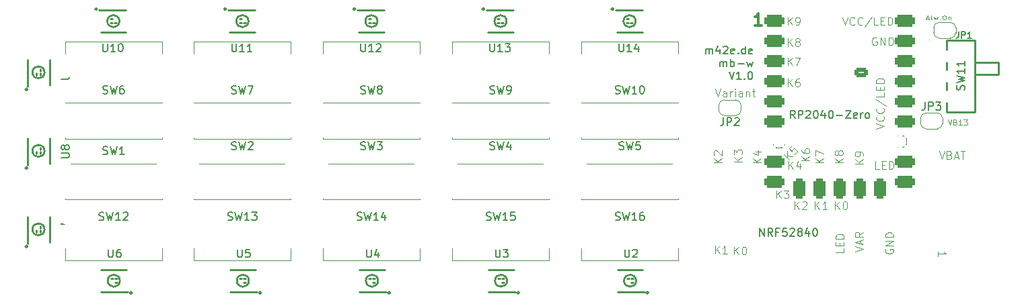
<source format=gbr>
%TF.GenerationSoftware,KiCad,Pcbnew,8.0.6*%
%TF.CreationDate,2024-12-17T19:04:38+01:00*%
%TF.ProjectId,MultiMacro,4d756c74-694d-4616-9372-6f2e6b696361,rev?*%
%TF.SameCoordinates,Original*%
%TF.FileFunction,Legend,Top*%
%TF.FilePolarity,Positive*%
%FSLAX46Y46*%
G04 Gerber Fmt 4.6, Leading zero omitted, Abs format (unit mm)*
G04 Created by KiCad (PCBNEW 8.0.6) date 2024-12-17 19:04:38*
%MOMM*%
%LPD*%
G01*
G04 APERTURE LIST*
G04 Aperture macros list*
%AMRoundRect*
0 Rectangle with rounded corners*
0 $1 Rounding radius*
0 $2 $3 $4 $5 $6 $7 $8 $9 X,Y pos of 4 corners*
0 Add a 4 corners polygon primitive as box body*
4,1,4,$2,$3,$4,$5,$6,$7,$8,$9,$2,$3,0*
0 Add four circle primitives for the rounded corners*
1,1,$1+$1,$2,$3*
1,1,$1+$1,$4,$5*
1,1,$1+$1,$6,$7*
1,1,$1+$1,$8,$9*
0 Add four rect primitives between the rounded corners*
20,1,$1+$1,$2,$3,$4,$5,0*
20,1,$1+$1,$4,$5,$6,$7,0*
20,1,$1+$1,$6,$7,$8,$9,0*
20,1,$1+$1,$8,$9,$2,$3,0*%
%AMFreePoly0*
4,1,19,0.500000,-0.750000,0.000000,-0.750000,0.000000,-0.744911,-0.071157,-0.744911,-0.207708,-0.704816,-0.327430,-0.627875,-0.420627,-0.520320,-0.479746,-0.390866,-0.500000,-0.250000,-0.500000,0.250000,-0.479746,0.390866,-0.420627,0.520320,-0.327430,0.627875,-0.207708,0.704816,-0.071157,0.744911,0.000000,0.744911,0.000000,0.750000,0.500000,0.750000,0.500000,-0.750000,0.500000,-0.750000,
$1*%
%AMFreePoly1*
4,1,19,0.000000,0.744911,0.071157,0.744911,0.207708,0.704816,0.327430,0.627875,0.420627,0.520320,0.479746,0.390866,0.500000,0.250000,0.500000,-0.250000,0.479746,-0.390866,0.420627,-0.520320,0.327430,-0.627875,0.207708,-0.704816,0.071157,-0.744911,0.000000,-0.744911,0.000000,-0.750000,-0.500000,-0.750000,-0.500000,0.750000,0.000000,0.750000,0.000000,0.744911,0.000000,0.744911,
$1*%
G04 Aperture macros list end*
%ADD10C,0.100000*%
%ADD11C,0.300000*%
%ADD12C,0.125000*%
%ADD13C,0.200000*%
%ADD14C,0.150000*%
%ADD15C,0.254000*%
%ADD16C,0.059995*%
%ADD17C,0.120000*%
%ADD18R,1.200000X0.900000*%
%ADD19R,0.900000X1.200000*%
%ADD20O,2.900000X1.700000*%
%ADD21C,1.100025*%
%ADD22R,2.700000X1.200000*%
%ADD23FreePoly0,180.000000*%
%ADD24FreePoly1,180.000000*%
%ADD25FreePoly0,0.000000*%
%ADD26FreePoly1,0.000000*%
%ADD27RoundRect,0.250000X0.625000X-0.350000X0.625000X0.350000X-0.625000X0.350000X-0.625000X-0.350000X0*%
%ADD28O,1.750000X1.200000*%
%ADD29RoundRect,0.400000X0.900000X0.400000X-0.900000X0.400000X-0.900000X-0.400000X0.900000X-0.400000X0*%
%ADD30RoundRect,0.400050X0.899950X0.400050X-0.899950X0.400050X-0.899950X-0.400050X0.899950X-0.400050X0*%
%ADD31RoundRect,0.400050X0.400050X0.400050X-0.400050X0.400050X-0.400050X-0.400050X0.400050X-0.400050X0*%
%ADD32RoundRect,0.400000X0.400000X0.900000X-0.400000X0.900000X-0.400000X-0.900000X0.400000X-0.900000X0*%
%ADD33RoundRect,0.393700X0.393700X0.906300X-0.393700X0.906300X-0.393700X-0.906300X0.393700X-0.906300X0*%
%ADD34C,1.600000*%
%ADD35C,1.574800*%
G04 APERTURE END LIST*
D10*
X138479884Y-26669419D02*
X138479884Y-25669419D01*
X139051312Y-26669419D02*
X138622741Y-26097990D01*
X139051312Y-25669419D02*
X138479884Y-26240847D01*
X139527503Y-26669419D02*
X139717979Y-26669419D01*
X139717979Y-26669419D02*
X139813217Y-26621800D01*
X139813217Y-26621800D02*
X139860836Y-26574180D01*
X139860836Y-26574180D02*
X139956074Y-26431323D01*
X139956074Y-26431323D02*
X140003693Y-26240847D01*
X140003693Y-26240847D02*
X140003693Y-25859895D01*
X140003693Y-25859895D02*
X139956074Y-25764657D01*
X139956074Y-25764657D02*
X139908455Y-25717038D01*
X139908455Y-25717038D02*
X139813217Y-25669419D01*
X139813217Y-25669419D02*
X139622741Y-25669419D01*
X139622741Y-25669419D02*
X139527503Y-25717038D01*
X139527503Y-25717038D02*
X139479884Y-25764657D01*
X139479884Y-25764657D02*
X139432265Y-25859895D01*
X139432265Y-25859895D02*
X139432265Y-26097990D01*
X139432265Y-26097990D02*
X139479884Y-26193228D01*
X139479884Y-26193228D02*
X139527503Y-26240847D01*
X139527503Y-26240847D02*
X139622741Y-26288466D01*
X139622741Y-26288466D02*
X139813217Y-26288466D01*
X139813217Y-26288466D02*
X139908455Y-26240847D01*
X139908455Y-26240847D02*
X139956074Y-26193228D01*
X139956074Y-26193228D02*
X140003693Y-26097990D01*
X138479884Y-34416419D02*
X138479884Y-33416419D01*
X139051312Y-34416419D02*
X138622741Y-33844990D01*
X139051312Y-33416419D02*
X138479884Y-33987847D01*
X139908455Y-33416419D02*
X139717979Y-33416419D01*
X139717979Y-33416419D02*
X139622741Y-33464038D01*
X139622741Y-33464038D02*
X139575122Y-33511657D01*
X139575122Y-33511657D02*
X139479884Y-33654514D01*
X139479884Y-33654514D02*
X139432265Y-33844990D01*
X139432265Y-33844990D02*
X139432265Y-34225942D01*
X139432265Y-34225942D02*
X139479884Y-34321180D01*
X139479884Y-34321180D02*
X139527503Y-34368800D01*
X139527503Y-34368800D02*
X139622741Y-34416419D01*
X139622741Y-34416419D02*
X139813217Y-34416419D01*
X139813217Y-34416419D02*
X139908455Y-34368800D01*
X139908455Y-34368800D02*
X139956074Y-34321180D01*
X139956074Y-34321180D02*
X140003693Y-34225942D01*
X140003693Y-34225942D02*
X140003693Y-33987847D01*
X140003693Y-33987847D02*
X139956074Y-33892609D01*
X139956074Y-33892609D02*
X139908455Y-33844990D01*
X139908455Y-33844990D02*
X139813217Y-33797371D01*
X139813217Y-33797371D02*
X139622741Y-33797371D01*
X139622741Y-33797371D02*
X139527503Y-33844990D01*
X139527503Y-33844990D02*
X139479884Y-33892609D01*
X139479884Y-33892609D02*
X139432265Y-33987847D01*
X150005074Y-44830419D02*
X149528884Y-44830419D01*
X149528884Y-44830419D02*
X149528884Y-43830419D01*
X150338408Y-44306609D02*
X150671741Y-44306609D01*
X150814598Y-44830419D02*
X150338408Y-44830419D01*
X150338408Y-44830419D02*
X150338408Y-43830419D01*
X150338408Y-43830419D02*
X150814598Y-43830419D01*
X151243170Y-44830419D02*
X151243170Y-43830419D01*
X151243170Y-43830419D02*
X151481265Y-43830419D01*
X151481265Y-43830419D02*
X151624122Y-43878038D01*
X151624122Y-43878038D02*
X151719360Y-43973276D01*
X151719360Y-43973276D02*
X151766979Y-44068514D01*
X151766979Y-44068514D02*
X151814598Y-44258990D01*
X151814598Y-44258990D02*
X151814598Y-44401847D01*
X151814598Y-44401847D02*
X151766979Y-44592323D01*
X151766979Y-44592323D02*
X151719360Y-44687561D01*
X151719360Y-44687561D02*
X151624122Y-44782800D01*
X151624122Y-44782800D02*
X151481265Y-44830419D01*
X151481265Y-44830419D02*
X151243170Y-44830419D01*
X138606884Y-44830419D02*
X138606884Y-43830419D01*
X139178312Y-44830419D02*
X138749741Y-44258990D01*
X139178312Y-43830419D02*
X138606884Y-44401847D01*
X140035455Y-44163752D02*
X140035455Y-44830419D01*
X139797360Y-43782800D02*
X139559265Y-44497085D01*
X139559265Y-44497085D02*
X140178312Y-44497085D01*
X131748884Y-55625419D02*
X131748884Y-54625419D01*
X132320312Y-55625419D02*
X131891741Y-55053990D01*
X132320312Y-54625419D02*
X131748884Y-55196847D01*
X132939360Y-54625419D02*
X133034598Y-54625419D01*
X133034598Y-54625419D02*
X133129836Y-54673038D01*
X133129836Y-54673038D02*
X133177455Y-54720657D01*
X133177455Y-54720657D02*
X133225074Y-54815895D01*
X133225074Y-54815895D02*
X133272693Y-55006371D01*
X133272693Y-55006371D02*
X133272693Y-55244466D01*
X133272693Y-55244466D02*
X133225074Y-55434942D01*
X133225074Y-55434942D02*
X133177455Y-55530180D01*
X133177455Y-55530180D02*
X133129836Y-55577800D01*
X133129836Y-55577800D02*
X133034598Y-55625419D01*
X133034598Y-55625419D02*
X132939360Y-55625419D01*
X132939360Y-55625419D02*
X132844122Y-55577800D01*
X132844122Y-55577800D02*
X132796503Y-55530180D01*
X132796503Y-55530180D02*
X132748884Y-55434942D01*
X132748884Y-55434942D02*
X132701265Y-55244466D01*
X132701265Y-55244466D02*
X132701265Y-55006371D01*
X132701265Y-55006371D02*
X132748884Y-54815895D01*
X132748884Y-54815895D02*
X132796503Y-54720657D01*
X132796503Y-54720657D02*
X132844122Y-54673038D01*
X132844122Y-54673038D02*
X132939360Y-54625419D01*
X143001419Y-44019115D02*
X142001419Y-44019115D01*
X143001419Y-43447687D02*
X142429990Y-43876258D01*
X142001419Y-43447687D02*
X142572847Y-44019115D01*
X142001419Y-43114353D02*
X142001419Y-42447687D01*
X142001419Y-42447687D02*
X143001419Y-42876258D01*
X141908884Y-49910419D02*
X141908884Y-48910419D01*
X142480312Y-49910419D02*
X142051741Y-49338990D01*
X142480312Y-48910419D02*
X141908884Y-49481847D01*
X143432693Y-49910419D02*
X142861265Y-49910419D01*
X143146979Y-49910419D02*
X143146979Y-48910419D01*
X143146979Y-48910419D02*
X143051741Y-49053276D01*
X143051741Y-49053276D02*
X142956503Y-49148514D01*
X142956503Y-49148514D02*
X142861265Y-49196133D01*
X132714419Y-43892115D02*
X131714419Y-43892115D01*
X132714419Y-43320687D02*
X132142990Y-43749258D01*
X131714419Y-43320687D02*
X132285847Y-43892115D01*
X131714419Y-42987353D02*
X131714419Y-42368306D01*
X131714419Y-42368306D02*
X132095371Y-42701639D01*
X132095371Y-42701639D02*
X132095371Y-42558782D01*
X132095371Y-42558782D02*
X132142990Y-42463544D01*
X132142990Y-42463544D02*
X132190609Y-42415925D01*
X132190609Y-42415925D02*
X132285847Y-42368306D01*
X132285847Y-42368306D02*
X132523942Y-42368306D01*
X132523942Y-42368306D02*
X132619180Y-42415925D01*
X132619180Y-42415925D02*
X132666800Y-42463544D01*
X132666800Y-42463544D02*
X132714419Y-42558782D01*
X132714419Y-42558782D02*
X132714419Y-42844496D01*
X132714419Y-42844496D02*
X132666800Y-42939734D01*
X132666800Y-42939734D02*
X132619180Y-42987353D01*
D11*
X135198225Y-26724828D02*
X134341082Y-26724828D01*
X134769653Y-26724828D02*
X134769653Y-25224828D01*
X134769653Y-25224828D02*
X134626796Y-25439114D01*
X134626796Y-25439114D02*
X134483939Y-25581971D01*
X134483939Y-25581971D02*
X134341082Y-25653400D01*
D10*
X155901122Y-25825752D02*
X156234455Y-25825752D01*
X155834455Y-25968609D02*
X156067789Y-25468609D01*
X156067789Y-25468609D02*
X156301122Y-25968609D01*
X156634455Y-25968609D02*
X156567789Y-25944800D01*
X156567789Y-25944800D02*
X156534455Y-25897180D01*
X156534455Y-25897180D02*
X156534455Y-25468609D01*
X156834456Y-25635276D02*
X156967789Y-25968609D01*
X156967789Y-25968609D02*
X157101122Y-25730514D01*
X157101122Y-25730514D02*
X157234456Y-25968609D01*
X157234456Y-25968609D02*
X157367789Y-25635276D01*
X157634455Y-25920990D02*
X157667789Y-25944800D01*
X157667789Y-25944800D02*
X157634455Y-25968609D01*
X157634455Y-25968609D02*
X157601122Y-25944800D01*
X157601122Y-25944800D02*
X157634455Y-25920990D01*
X157634455Y-25920990D02*
X157634455Y-25968609D01*
X158101122Y-25468609D02*
X158234455Y-25468609D01*
X158234455Y-25468609D02*
X158301122Y-25492419D01*
X158301122Y-25492419D02*
X158367788Y-25540038D01*
X158367788Y-25540038D02*
X158401122Y-25635276D01*
X158401122Y-25635276D02*
X158401122Y-25801942D01*
X158401122Y-25801942D02*
X158367788Y-25897180D01*
X158367788Y-25897180D02*
X158301122Y-25944800D01*
X158301122Y-25944800D02*
X158234455Y-25968609D01*
X158234455Y-25968609D02*
X158101122Y-25968609D01*
X158101122Y-25968609D02*
X158034455Y-25944800D01*
X158034455Y-25944800D02*
X157967788Y-25897180D01*
X157967788Y-25897180D02*
X157934455Y-25801942D01*
X157934455Y-25801942D02*
X157934455Y-25635276D01*
X157934455Y-25635276D02*
X157967788Y-25540038D01*
X157967788Y-25540038D02*
X158034455Y-25492419D01*
X158034455Y-25492419D02*
X158101122Y-25468609D01*
X158701121Y-25635276D02*
X158701121Y-25968609D01*
X158701121Y-25682895D02*
X158734455Y-25659085D01*
X158734455Y-25659085D02*
X158801121Y-25635276D01*
X158801121Y-25635276D02*
X158901121Y-25635276D01*
X158901121Y-25635276D02*
X158967788Y-25659085D01*
X158967788Y-25659085D02*
X159001121Y-25706704D01*
X159001121Y-25706704D02*
X159001121Y-25968609D01*
D12*
X129336474Y-34685119D02*
X129669807Y-35685119D01*
X129669807Y-35685119D02*
X130003140Y-34685119D01*
X130765045Y-35685119D02*
X130765045Y-35161309D01*
X130765045Y-35161309D02*
X130717426Y-35066071D01*
X130717426Y-35066071D02*
X130622188Y-35018452D01*
X130622188Y-35018452D02*
X130431712Y-35018452D01*
X130431712Y-35018452D02*
X130336474Y-35066071D01*
X130765045Y-35637500D02*
X130669807Y-35685119D01*
X130669807Y-35685119D02*
X130431712Y-35685119D01*
X130431712Y-35685119D02*
X130336474Y-35637500D01*
X130336474Y-35637500D02*
X130288855Y-35542261D01*
X130288855Y-35542261D02*
X130288855Y-35447023D01*
X130288855Y-35447023D02*
X130336474Y-35351785D01*
X130336474Y-35351785D02*
X130431712Y-35304166D01*
X130431712Y-35304166D02*
X130669807Y-35304166D01*
X130669807Y-35304166D02*
X130765045Y-35256547D01*
X131241236Y-35685119D02*
X131241236Y-35018452D01*
X131241236Y-35208928D02*
X131288855Y-35113690D01*
X131288855Y-35113690D02*
X131336474Y-35066071D01*
X131336474Y-35066071D02*
X131431712Y-35018452D01*
X131431712Y-35018452D02*
X131526950Y-35018452D01*
X131860284Y-35685119D02*
X131860284Y-35018452D01*
X131860284Y-34685119D02*
X131812665Y-34732738D01*
X131812665Y-34732738D02*
X131860284Y-34780357D01*
X131860284Y-34780357D02*
X131907903Y-34732738D01*
X131907903Y-34732738D02*
X131860284Y-34685119D01*
X131860284Y-34685119D02*
X131860284Y-34780357D01*
X132765045Y-35685119D02*
X132765045Y-35161309D01*
X132765045Y-35161309D02*
X132717426Y-35066071D01*
X132717426Y-35066071D02*
X132622188Y-35018452D01*
X132622188Y-35018452D02*
X132431712Y-35018452D01*
X132431712Y-35018452D02*
X132336474Y-35066071D01*
X132765045Y-35637500D02*
X132669807Y-35685119D01*
X132669807Y-35685119D02*
X132431712Y-35685119D01*
X132431712Y-35685119D02*
X132336474Y-35637500D01*
X132336474Y-35637500D02*
X132288855Y-35542261D01*
X132288855Y-35542261D02*
X132288855Y-35447023D01*
X132288855Y-35447023D02*
X132336474Y-35351785D01*
X132336474Y-35351785D02*
X132431712Y-35304166D01*
X132431712Y-35304166D02*
X132669807Y-35304166D01*
X132669807Y-35304166D02*
X132765045Y-35256547D01*
X133241236Y-35018452D02*
X133241236Y-35685119D01*
X133241236Y-35113690D02*
X133288855Y-35066071D01*
X133288855Y-35066071D02*
X133384093Y-35018452D01*
X133384093Y-35018452D02*
X133526950Y-35018452D01*
X133526950Y-35018452D02*
X133622188Y-35066071D01*
X133622188Y-35066071D02*
X133669807Y-35161309D01*
X133669807Y-35161309D02*
X133669807Y-35685119D01*
X134003141Y-35018452D02*
X134384093Y-35018452D01*
X134145998Y-34685119D02*
X134145998Y-35542261D01*
X134145998Y-35542261D02*
X134193617Y-35637500D01*
X134193617Y-35637500D02*
X134288855Y-35685119D01*
X134288855Y-35685119D02*
X134384093Y-35685119D01*
D10*
X149671693Y-28257038D02*
X149576455Y-28209419D01*
X149576455Y-28209419D02*
X149433598Y-28209419D01*
X149433598Y-28209419D02*
X149290741Y-28257038D01*
X149290741Y-28257038D02*
X149195503Y-28352276D01*
X149195503Y-28352276D02*
X149147884Y-28447514D01*
X149147884Y-28447514D02*
X149100265Y-28637990D01*
X149100265Y-28637990D02*
X149100265Y-28780847D01*
X149100265Y-28780847D02*
X149147884Y-28971323D01*
X149147884Y-28971323D02*
X149195503Y-29066561D01*
X149195503Y-29066561D02*
X149290741Y-29161800D01*
X149290741Y-29161800D02*
X149433598Y-29209419D01*
X149433598Y-29209419D02*
X149528836Y-29209419D01*
X149528836Y-29209419D02*
X149671693Y-29161800D01*
X149671693Y-29161800D02*
X149719312Y-29114180D01*
X149719312Y-29114180D02*
X149719312Y-28780847D01*
X149719312Y-28780847D02*
X149528836Y-28780847D01*
X150147884Y-29209419D02*
X150147884Y-28209419D01*
X150147884Y-28209419D02*
X150719312Y-29209419D01*
X150719312Y-29209419D02*
X150719312Y-28209419D01*
X151195503Y-29209419D02*
X151195503Y-28209419D01*
X151195503Y-28209419D02*
X151433598Y-28209419D01*
X151433598Y-28209419D02*
X151576455Y-28257038D01*
X151576455Y-28257038D02*
X151671693Y-28352276D01*
X151671693Y-28352276D02*
X151719312Y-28447514D01*
X151719312Y-28447514D02*
X151766931Y-28637990D01*
X151766931Y-28637990D02*
X151766931Y-28780847D01*
X151766931Y-28780847D02*
X151719312Y-28971323D01*
X151719312Y-28971323D02*
X151671693Y-29066561D01*
X151671693Y-29066561D02*
X151576455Y-29161800D01*
X151576455Y-29161800D02*
X151433598Y-29209419D01*
X151433598Y-29209419D02*
X151195503Y-29209419D01*
X150812038Y-54925306D02*
X150764419Y-55020544D01*
X150764419Y-55020544D02*
X150764419Y-55163401D01*
X150764419Y-55163401D02*
X150812038Y-55306258D01*
X150812038Y-55306258D02*
X150907276Y-55401496D01*
X150907276Y-55401496D02*
X151002514Y-55449115D01*
X151002514Y-55449115D02*
X151192990Y-55496734D01*
X151192990Y-55496734D02*
X151335847Y-55496734D01*
X151335847Y-55496734D02*
X151526323Y-55449115D01*
X151526323Y-55449115D02*
X151621561Y-55401496D01*
X151621561Y-55401496D02*
X151716800Y-55306258D01*
X151716800Y-55306258D02*
X151764419Y-55163401D01*
X151764419Y-55163401D02*
X151764419Y-55068163D01*
X151764419Y-55068163D02*
X151716800Y-54925306D01*
X151716800Y-54925306D02*
X151669180Y-54877687D01*
X151669180Y-54877687D02*
X151335847Y-54877687D01*
X151335847Y-54877687D02*
X151335847Y-55068163D01*
X151764419Y-54449115D02*
X150764419Y-54449115D01*
X150764419Y-54449115D02*
X151764419Y-53877687D01*
X151764419Y-53877687D02*
X150764419Y-53877687D01*
X151764419Y-53401496D02*
X150764419Y-53401496D01*
X150764419Y-53401496D02*
X150764419Y-53163401D01*
X150764419Y-53163401D02*
X150812038Y-53020544D01*
X150812038Y-53020544D02*
X150907276Y-52925306D01*
X150907276Y-52925306D02*
X151002514Y-52877687D01*
X151002514Y-52877687D02*
X151192990Y-52830068D01*
X151192990Y-52830068D02*
X151335847Y-52830068D01*
X151335847Y-52830068D02*
X151526323Y-52877687D01*
X151526323Y-52877687D02*
X151621561Y-52925306D01*
X151621561Y-52925306D02*
X151716800Y-53020544D01*
X151716800Y-53020544D02*
X151764419Y-53163401D01*
X151764419Y-53163401D02*
X151764419Y-53401496D01*
X157514027Y-42560419D02*
X157847360Y-43560419D01*
X157847360Y-43560419D02*
X158180693Y-42560419D01*
X158847360Y-43036609D02*
X158990217Y-43084228D01*
X158990217Y-43084228D02*
X159037836Y-43131847D01*
X159037836Y-43131847D02*
X159085455Y-43227085D01*
X159085455Y-43227085D02*
X159085455Y-43369942D01*
X159085455Y-43369942D02*
X159037836Y-43465180D01*
X159037836Y-43465180D02*
X158990217Y-43512800D01*
X158990217Y-43512800D02*
X158894979Y-43560419D01*
X158894979Y-43560419D02*
X158514027Y-43560419D01*
X158514027Y-43560419D02*
X158514027Y-42560419D01*
X158514027Y-42560419D02*
X158847360Y-42560419D01*
X158847360Y-42560419D02*
X158942598Y-42608038D01*
X158942598Y-42608038D02*
X158990217Y-42655657D01*
X158990217Y-42655657D02*
X159037836Y-42750895D01*
X159037836Y-42750895D02*
X159037836Y-42846133D01*
X159037836Y-42846133D02*
X158990217Y-42941371D01*
X158990217Y-42941371D02*
X158942598Y-42988990D01*
X158942598Y-42988990D02*
X158847360Y-43036609D01*
X158847360Y-43036609D02*
X158514027Y-43036609D01*
X159466408Y-43274704D02*
X159942598Y-43274704D01*
X159371170Y-43560419D02*
X159704503Y-42560419D01*
X159704503Y-42560419D02*
X160037836Y-43560419D01*
X160228313Y-42560419D02*
X160799741Y-42560419D01*
X160514027Y-43560419D02*
X160514027Y-42560419D01*
X139368884Y-49910419D02*
X139368884Y-48910419D01*
X139940312Y-49910419D02*
X139511741Y-49338990D01*
X139940312Y-48910419D02*
X139368884Y-49481847D01*
X140321265Y-49005657D02*
X140368884Y-48958038D01*
X140368884Y-48958038D02*
X140464122Y-48910419D01*
X140464122Y-48910419D02*
X140702217Y-48910419D01*
X140702217Y-48910419D02*
X140797455Y-48958038D01*
X140797455Y-48958038D02*
X140845074Y-49005657D01*
X140845074Y-49005657D02*
X140892693Y-49100895D01*
X140892693Y-49100895D02*
X140892693Y-49196133D01*
X140892693Y-49196133D02*
X140845074Y-49338990D01*
X140845074Y-49338990D02*
X140273646Y-49910419D01*
X140273646Y-49910419D02*
X140892693Y-49910419D01*
X138681665Y-43636908D02*
X137974558Y-42929801D01*
X139085726Y-43232847D02*
X138378619Y-43131831D01*
X138378619Y-42525740D02*
X138378619Y-43333862D01*
X139018382Y-41885976D02*
X138681665Y-42222694D01*
X138681665Y-42222694D02*
X138984711Y-42593083D01*
X138984711Y-42593083D02*
X138984711Y-42525740D01*
X138984711Y-42525740D02*
X139018382Y-42424724D01*
X139018382Y-42424724D02*
X139186741Y-42256366D01*
X139186741Y-42256366D02*
X139287756Y-42222694D01*
X139287756Y-42222694D02*
X139355100Y-42222694D01*
X139355100Y-42222694D02*
X139456115Y-42256366D01*
X139456115Y-42256366D02*
X139624474Y-42424724D01*
X139624474Y-42424724D02*
X139658146Y-42525740D01*
X139658146Y-42525740D02*
X139658146Y-42593083D01*
X139658146Y-42593083D02*
X139624474Y-42694098D01*
X139624474Y-42694098D02*
X139456115Y-42862457D01*
X139456115Y-42862457D02*
X139355100Y-42896129D01*
X139355100Y-42896129D02*
X139287756Y-42896129D01*
X130174419Y-44019115D02*
X129174419Y-44019115D01*
X130174419Y-43447687D02*
X129602990Y-43876258D01*
X129174419Y-43447687D02*
X129745847Y-44019115D01*
X129269657Y-43066734D02*
X129222038Y-43019115D01*
X129222038Y-43019115D02*
X129174419Y-42923877D01*
X129174419Y-42923877D02*
X129174419Y-42685782D01*
X129174419Y-42685782D02*
X129222038Y-42590544D01*
X129222038Y-42590544D02*
X129269657Y-42542925D01*
X129269657Y-42542925D02*
X129364895Y-42495306D01*
X129364895Y-42495306D02*
X129460133Y-42495306D01*
X129460133Y-42495306D02*
X129602990Y-42542925D01*
X129602990Y-42542925D02*
X130174419Y-43114353D01*
X130174419Y-43114353D02*
X130174419Y-42495306D01*
X145414419Y-44019115D02*
X144414419Y-44019115D01*
X145414419Y-43447687D02*
X144842990Y-43876258D01*
X144414419Y-43447687D02*
X144985847Y-44019115D01*
X144842990Y-42876258D02*
X144795371Y-42971496D01*
X144795371Y-42971496D02*
X144747752Y-43019115D01*
X144747752Y-43019115D02*
X144652514Y-43066734D01*
X144652514Y-43066734D02*
X144604895Y-43066734D01*
X144604895Y-43066734D02*
X144509657Y-43019115D01*
X144509657Y-43019115D02*
X144462038Y-42971496D01*
X144462038Y-42971496D02*
X144414419Y-42876258D01*
X144414419Y-42876258D02*
X144414419Y-42685782D01*
X144414419Y-42685782D02*
X144462038Y-42590544D01*
X144462038Y-42590544D02*
X144509657Y-42542925D01*
X144509657Y-42542925D02*
X144604895Y-42495306D01*
X144604895Y-42495306D02*
X144652514Y-42495306D01*
X144652514Y-42495306D02*
X144747752Y-42542925D01*
X144747752Y-42542925D02*
X144795371Y-42590544D01*
X144795371Y-42590544D02*
X144842990Y-42685782D01*
X144842990Y-42685782D02*
X144842990Y-42876258D01*
X144842990Y-42876258D02*
X144890609Y-42971496D01*
X144890609Y-42971496D02*
X144938228Y-43019115D01*
X144938228Y-43019115D02*
X145033466Y-43066734D01*
X145033466Y-43066734D02*
X145223942Y-43066734D01*
X145223942Y-43066734D02*
X145319180Y-43019115D01*
X145319180Y-43019115D02*
X145366800Y-42971496D01*
X145366800Y-42971496D02*
X145414419Y-42876258D01*
X145414419Y-42876258D02*
X145414419Y-42685782D01*
X145414419Y-42685782D02*
X145366800Y-42590544D01*
X145366800Y-42590544D02*
X145319180Y-42542925D01*
X145319180Y-42542925D02*
X145223942Y-42495306D01*
X145223942Y-42495306D02*
X145033466Y-42495306D01*
X145033466Y-42495306D02*
X144938228Y-42542925D01*
X144938228Y-42542925D02*
X144890609Y-42590544D01*
X144890609Y-42590544D02*
X144842990Y-42685782D01*
X137082884Y-48513419D02*
X137082884Y-47513419D01*
X137654312Y-48513419D02*
X137225741Y-47941990D01*
X137654312Y-47513419D02*
X137082884Y-48084847D01*
X137987646Y-47513419D02*
X138606693Y-47513419D01*
X138606693Y-47513419D02*
X138273360Y-47894371D01*
X138273360Y-47894371D02*
X138416217Y-47894371D01*
X138416217Y-47894371D02*
X138511455Y-47941990D01*
X138511455Y-47941990D02*
X138559074Y-47989609D01*
X138559074Y-47989609D02*
X138606693Y-48084847D01*
X138606693Y-48084847D02*
X138606693Y-48322942D01*
X138606693Y-48322942D02*
X138559074Y-48418180D01*
X138559074Y-48418180D02*
X138511455Y-48465800D01*
X138511455Y-48465800D02*
X138416217Y-48513419D01*
X138416217Y-48513419D02*
X138130503Y-48513419D01*
X138130503Y-48513419D02*
X138035265Y-48465800D01*
X138035265Y-48465800D02*
X137987646Y-48418180D01*
X138479884Y-29336419D02*
X138479884Y-28336419D01*
X139051312Y-29336419D02*
X138622741Y-28764990D01*
X139051312Y-28336419D02*
X138479884Y-28907847D01*
X139622741Y-28764990D02*
X139527503Y-28717371D01*
X139527503Y-28717371D02*
X139479884Y-28669752D01*
X139479884Y-28669752D02*
X139432265Y-28574514D01*
X139432265Y-28574514D02*
X139432265Y-28526895D01*
X139432265Y-28526895D02*
X139479884Y-28431657D01*
X139479884Y-28431657D02*
X139527503Y-28384038D01*
X139527503Y-28384038D02*
X139622741Y-28336419D01*
X139622741Y-28336419D02*
X139813217Y-28336419D01*
X139813217Y-28336419D02*
X139908455Y-28384038D01*
X139908455Y-28384038D02*
X139956074Y-28431657D01*
X139956074Y-28431657D02*
X140003693Y-28526895D01*
X140003693Y-28526895D02*
X140003693Y-28574514D01*
X140003693Y-28574514D02*
X139956074Y-28669752D01*
X139956074Y-28669752D02*
X139908455Y-28717371D01*
X139908455Y-28717371D02*
X139813217Y-28764990D01*
X139813217Y-28764990D02*
X139622741Y-28764990D01*
X139622741Y-28764990D02*
X139527503Y-28812609D01*
X139527503Y-28812609D02*
X139479884Y-28860228D01*
X139479884Y-28860228D02*
X139432265Y-28955466D01*
X139432265Y-28955466D02*
X139432265Y-29145942D01*
X139432265Y-29145942D02*
X139479884Y-29241180D01*
X139479884Y-29241180D02*
X139527503Y-29288800D01*
X139527503Y-29288800D02*
X139622741Y-29336419D01*
X139622741Y-29336419D02*
X139813217Y-29336419D01*
X139813217Y-29336419D02*
X139908455Y-29288800D01*
X139908455Y-29288800D02*
X139956074Y-29241180D01*
X139956074Y-29241180D02*
X140003693Y-29145942D01*
X140003693Y-29145942D02*
X140003693Y-28955466D01*
X140003693Y-28955466D02*
X139956074Y-28860228D01*
X139956074Y-28860228D02*
X139908455Y-28812609D01*
X139908455Y-28812609D02*
X139813217Y-28764990D01*
X145541419Y-54845925D02*
X145541419Y-55322115D01*
X145541419Y-55322115D02*
X144541419Y-55322115D01*
X145017609Y-54512591D02*
X145017609Y-54179258D01*
X145541419Y-54036401D02*
X145541419Y-54512591D01*
X145541419Y-54512591D02*
X144541419Y-54512591D01*
X144541419Y-54512591D02*
X144541419Y-54036401D01*
X145541419Y-53607829D02*
X144541419Y-53607829D01*
X144541419Y-53607829D02*
X144541419Y-53369734D01*
X144541419Y-53369734D02*
X144589038Y-53226877D01*
X144589038Y-53226877D02*
X144684276Y-53131639D01*
X144684276Y-53131639D02*
X144779514Y-53084020D01*
X144779514Y-53084020D02*
X144969990Y-53036401D01*
X144969990Y-53036401D02*
X145112847Y-53036401D01*
X145112847Y-53036401D02*
X145303323Y-53084020D01*
X145303323Y-53084020D02*
X145398561Y-53131639D01*
X145398561Y-53131639D02*
X145493800Y-53226877D01*
X145493800Y-53226877D02*
X145541419Y-53369734D01*
X145541419Y-53369734D02*
X145541419Y-53607829D01*
X147954419Y-44146115D02*
X146954419Y-44146115D01*
X147954419Y-43574687D02*
X147382990Y-44003258D01*
X146954419Y-43574687D02*
X147525847Y-44146115D01*
X147954419Y-43098496D02*
X147954419Y-42908020D01*
X147954419Y-42908020D02*
X147906800Y-42812782D01*
X147906800Y-42812782D02*
X147859180Y-42765163D01*
X147859180Y-42765163D02*
X147716323Y-42669925D01*
X147716323Y-42669925D02*
X147525847Y-42622306D01*
X147525847Y-42622306D02*
X147144895Y-42622306D01*
X147144895Y-42622306D02*
X147049657Y-42669925D01*
X147049657Y-42669925D02*
X147002038Y-42717544D01*
X147002038Y-42717544D02*
X146954419Y-42812782D01*
X146954419Y-42812782D02*
X146954419Y-43003258D01*
X146954419Y-43003258D02*
X147002038Y-43098496D01*
X147002038Y-43098496D02*
X147049657Y-43146115D01*
X147049657Y-43146115D02*
X147144895Y-43193734D01*
X147144895Y-43193734D02*
X147382990Y-43193734D01*
X147382990Y-43193734D02*
X147478228Y-43146115D01*
X147478228Y-43146115D02*
X147525847Y-43098496D01*
X147525847Y-43098496D02*
X147573466Y-43003258D01*
X147573466Y-43003258D02*
X147573466Y-42812782D01*
X147573466Y-42812782D02*
X147525847Y-42717544D01*
X147525847Y-42717544D02*
X147478228Y-42669925D01*
X147478228Y-42669925D02*
X147382990Y-42622306D01*
D13*
X128139184Y-30302331D02*
X128139184Y-29635664D01*
X128139184Y-29730902D02*
X128186803Y-29683283D01*
X128186803Y-29683283D02*
X128282041Y-29635664D01*
X128282041Y-29635664D02*
X128424898Y-29635664D01*
X128424898Y-29635664D02*
X128520136Y-29683283D01*
X128520136Y-29683283D02*
X128567755Y-29778521D01*
X128567755Y-29778521D02*
X128567755Y-30302331D01*
X128567755Y-29778521D02*
X128615374Y-29683283D01*
X128615374Y-29683283D02*
X128710612Y-29635664D01*
X128710612Y-29635664D02*
X128853469Y-29635664D01*
X128853469Y-29635664D02*
X128948708Y-29683283D01*
X128948708Y-29683283D02*
X128996327Y-29778521D01*
X128996327Y-29778521D02*
X128996327Y-30302331D01*
X129901088Y-29635664D02*
X129901088Y-30302331D01*
X129662993Y-29254712D02*
X129424898Y-29968997D01*
X129424898Y-29968997D02*
X130043945Y-29968997D01*
X130377279Y-29397569D02*
X130424898Y-29349950D01*
X130424898Y-29349950D02*
X130520136Y-29302331D01*
X130520136Y-29302331D02*
X130758231Y-29302331D01*
X130758231Y-29302331D02*
X130853469Y-29349950D01*
X130853469Y-29349950D02*
X130901088Y-29397569D01*
X130901088Y-29397569D02*
X130948707Y-29492807D01*
X130948707Y-29492807D02*
X130948707Y-29588045D01*
X130948707Y-29588045D02*
X130901088Y-29730902D01*
X130901088Y-29730902D02*
X130329660Y-30302331D01*
X130329660Y-30302331D02*
X130948707Y-30302331D01*
X131758231Y-30254712D02*
X131662993Y-30302331D01*
X131662993Y-30302331D02*
X131472517Y-30302331D01*
X131472517Y-30302331D02*
X131377279Y-30254712D01*
X131377279Y-30254712D02*
X131329660Y-30159473D01*
X131329660Y-30159473D02*
X131329660Y-29778521D01*
X131329660Y-29778521D02*
X131377279Y-29683283D01*
X131377279Y-29683283D02*
X131472517Y-29635664D01*
X131472517Y-29635664D02*
X131662993Y-29635664D01*
X131662993Y-29635664D02*
X131758231Y-29683283D01*
X131758231Y-29683283D02*
X131805850Y-29778521D01*
X131805850Y-29778521D02*
X131805850Y-29873759D01*
X131805850Y-29873759D02*
X131329660Y-29968997D01*
X132234422Y-30207092D02*
X132282041Y-30254712D01*
X132282041Y-30254712D02*
X132234422Y-30302331D01*
X132234422Y-30302331D02*
X132186803Y-30254712D01*
X132186803Y-30254712D02*
X132234422Y-30207092D01*
X132234422Y-30207092D02*
X132234422Y-30302331D01*
X133139183Y-30302331D02*
X133139183Y-29302331D01*
X133139183Y-30254712D02*
X133043945Y-30302331D01*
X133043945Y-30302331D02*
X132853469Y-30302331D01*
X132853469Y-30302331D02*
X132758231Y-30254712D01*
X132758231Y-30254712D02*
X132710612Y-30207092D01*
X132710612Y-30207092D02*
X132662993Y-30111854D01*
X132662993Y-30111854D02*
X132662993Y-29826140D01*
X132662993Y-29826140D02*
X132710612Y-29730902D01*
X132710612Y-29730902D02*
X132758231Y-29683283D01*
X132758231Y-29683283D02*
X132853469Y-29635664D01*
X132853469Y-29635664D02*
X133043945Y-29635664D01*
X133043945Y-29635664D02*
X133139183Y-29683283D01*
X133996326Y-30254712D02*
X133901088Y-30302331D01*
X133901088Y-30302331D02*
X133710612Y-30302331D01*
X133710612Y-30302331D02*
X133615374Y-30254712D01*
X133615374Y-30254712D02*
X133567755Y-30159473D01*
X133567755Y-30159473D02*
X133567755Y-29778521D01*
X133567755Y-29778521D02*
X133615374Y-29683283D01*
X133615374Y-29683283D02*
X133710612Y-29635664D01*
X133710612Y-29635664D02*
X133901088Y-29635664D01*
X133901088Y-29635664D02*
X133996326Y-29683283D01*
X133996326Y-29683283D02*
X134043945Y-29778521D01*
X134043945Y-29778521D02*
X134043945Y-29873759D01*
X134043945Y-29873759D02*
X133567755Y-29968997D01*
X129948708Y-31912275D02*
X129948708Y-31245608D01*
X129948708Y-31340846D02*
X129996327Y-31293227D01*
X129996327Y-31293227D02*
X130091565Y-31245608D01*
X130091565Y-31245608D02*
X130234422Y-31245608D01*
X130234422Y-31245608D02*
X130329660Y-31293227D01*
X130329660Y-31293227D02*
X130377279Y-31388465D01*
X130377279Y-31388465D02*
X130377279Y-31912275D01*
X130377279Y-31388465D02*
X130424898Y-31293227D01*
X130424898Y-31293227D02*
X130520136Y-31245608D01*
X130520136Y-31245608D02*
X130662993Y-31245608D01*
X130662993Y-31245608D02*
X130758232Y-31293227D01*
X130758232Y-31293227D02*
X130805851Y-31388465D01*
X130805851Y-31388465D02*
X130805851Y-31912275D01*
X131282041Y-31912275D02*
X131282041Y-30912275D01*
X131282041Y-31293227D02*
X131377279Y-31245608D01*
X131377279Y-31245608D02*
X131567755Y-31245608D01*
X131567755Y-31245608D02*
X131662993Y-31293227D01*
X131662993Y-31293227D02*
X131710612Y-31340846D01*
X131710612Y-31340846D02*
X131758231Y-31436084D01*
X131758231Y-31436084D02*
X131758231Y-31721798D01*
X131758231Y-31721798D02*
X131710612Y-31817036D01*
X131710612Y-31817036D02*
X131662993Y-31864656D01*
X131662993Y-31864656D02*
X131567755Y-31912275D01*
X131567755Y-31912275D02*
X131377279Y-31912275D01*
X131377279Y-31912275D02*
X131282041Y-31864656D01*
X132186803Y-31531322D02*
X132948708Y-31531322D01*
X133329660Y-31245608D02*
X133520136Y-31912275D01*
X133520136Y-31912275D02*
X133710612Y-31436084D01*
X133710612Y-31436084D02*
X133901088Y-31912275D01*
X133901088Y-31912275D02*
X134091564Y-31245608D01*
X131091565Y-32522219D02*
X131424898Y-33522219D01*
X131424898Y-33522219D02*
X131758231Y-32522219D01*
X132615374Y-33522219D02*
X132043946Y-33522219D01*
X132329660Y-33522219D02*
X132329660Y-32522219D01*
X132329660Y-32522219D02*
X132234422Y-32665076D01*
X132234422Y-32665076D02*
X132139184Y-32760314D01*
X132139184Y-32760314D02*
X132043946Y-32807933D01*
X133043946Y-33426980D02*
X133091565Y-33474600D01*
X133091565Y-33474600D02*
X133043946Y-33522219D01*
X133043946Y-33522219D02*
X132996327Y-33474600D01*
X132996327Y-33474600D02*
X133043946Y-33426980D01*
X133043946Y-33426980D02*
X133043946Y-33522219D01*
X133710612Y-32522219D02*
X133805850Y-32522219D01*
X133805850Y-32522219D02*
X133901088Y-32569838D01*
X133901088Y-32569838D02*
X133948707Y-32617457D01*
X133948707Y-32617457D02*
X133996326Y-32712695D01*
X133996326Y-32712695D02*
X134043945Y-32903171D01*
X134043945Y-32903171D02*
X134043945Y-33141266D01*
X134043945Y-33141266D02*
X133996326Y-33331742D01*
X133996326Y-33331742D02*
X133948707Y-33426980D01*
X133948707Y-33426980D02*
X133901088Y-33474600D01*
X133901088Y-33474600D02*
X133805850Y-33522219D01*
X133805850Y-33522219D02*
X133710612Y-33522219D01*
X133710612Y-33522219D02*
X133615374Y-33474600D01*
X133615374Y-33474600D02*
X133567755Y-33426980D01*
X133567755Y-33426980D02*
X133520136Y-33331742D01*
X133520136Y-33331742D02*
X133472517Y-33141266D01*
X133472517Y-33141266D02*
X133472517Y-32903171D01*
X133472517Y-32903171D02*
X133520136Y-32712695D01*
X133520136Y-32712695D02*
X133567755Y-32617457D01*
X133567755Y-32617457D02*
X133615374Y-32569838D01*
X133615374Y-32569838D02*
X133710612Y-32522219D01*
D10*
X129335884Y-55498419D02*
X129335884Y-54498419D01*
X129907312Y-55498419D02*
X129478741Y-54926990D01*
X129907312Y-54498419D02*
X129335884Y-55069847D01*
X130859693Y-55498419D02*
X130288265Y-55498419D01*
X130573979Y-55498419D02*
X130573979Y-54498419D01*
X130573979Y-54498419D02*
X130478741Y-54641276D01*
X130478741Y-54641276D02*
X130383503Y-54736514D01*
X130383503Y-54736514D02*
X130288265Y-54784133D01*
X144448884Y-49910419D02*
X144448884Y-48910419D01*
X145020312Y-49910419D02*
X144591741Y-49338990D01*
X145020312Y-48910419D02*
X144448884Y-49481847D01*
X145639360Y-48910419D02*
X145734598Y-48910419D01*
X145734598Y-48910419D02*
X145829836Y-48958038D01*
X145829836Y-48958038D02*
X145877455Y-49005657D01*
X145877455Y-49005657D02*
X145925074Y-49100895D01*
X145925074Y-49100895D02*
X145972693Y-49291371D01*
X145972693Y-49291371D02*
X145972693Y-49529466D01*
X145972693Y-49529466D02*
X145925074Y-49719942D01*
X145925074Y-49719942D02*
X145877455Y-49815180D01*
X145877455Y-49815180D02*
X145829836Y-49862800D01*
X145829836Y-49862800D02*
X145734598Y-49910419D01*
X145734598Y-49910419D02*
X145639360Y-49910419D01*
X145639360Y-49910419D02*
X145544122Y-49862800D01*
X145544122Y-49862800D02*
X145496503Y-49815180D01*
X145496503Y-49815180D02*
X145448884Y-49719942D01*
X145448884Y-49719942D02*
X145401265Y-49529466D01*
X145401265Y-49529466D02*
X145401265Y-49291371D01*
X145401265Y-49291371D02*
X145448884Y-49100895D01*
X145448884Y-49100895D02*
X145496503Y-49005657D01*
X145496503Y-49005657D02*
X145544122Y-48958038D01*
X145544122Y-48958038D02*
X145639360Y-48910419D01*
X135127419Y-44019115D02*
X134127419Y-44019115D01*
X135127419Y-43447687D02*
X134555990Y-43876258D01*
X134127419Y-43447687D02*
X134698847Y-44019115D01*
X134460752Y-42590544D02*
X135127419Y-42590544D01*
X134079800Y-42828639D02*
X134794085Y-43066734D01*
X134794085Y-43066734D02*
X134794085Y-42447687D01*
X145322027Y-25669419D02*
X145655360Y-26669419D01*
X145655360Y-26669419D02*
X145988693Y-25669419D01*
X146893455Y-26574180D02*
X146845836Y-26621800D01*
X146845836Y-26621800D02*
X146702979Y-26669419D01*
X146702979Y-26669419D02*
X146607741Y-26669419D01*
X146607741Y-26669419D02*
X146464884Y-26621800D01*
X146464884Y-26621800D02*
X146369646Y-26526561D01*
X146369646Y-26526561D02*
X146322027Y-26431323D01*
X146322027Y-26431323D02*
X146274408Y-26240847D01*
X146274408Y-26240847D02*
X146274408Y-26097990D01*
X146274408Y-26097990D02*
X146322027Y-25907514D01*
X146322027Y-25907514D02*
X146369646Y-25812276D01*
X146369646Y-25812276D02*
X146464884Y-25717038D01*
X146464884Y-25717038D02*
X146607741Y-25669419D01*
X146607741Y-25669419D02*
X146702979Y-25669419D01*
X146702979Y-25669419D02*
X146845836Y-25717038D01*
X146845836Y-25717038D02*
X146893455Y-25764657D01*
X147893455Y-26574180D02*
X147845836Y-26621800D01*
X147845836Y-26621800D02*
X147702979Y-26669419D01*
X147702979Y-26669419D02*
X147607741Y-26669419D01*
X147607741Y-26669419D02*
X147464884Y-26621800D01*
X147464884Y-26621800D02*
X147369646Y-26526561D01*
X147369646Y-26526561D02*
X147322027Y-26431323D01*
X147322027Y-26431323D02*
X147274408Y-26240847D01*
X147274408Y-26240847D02*
X147274408Y-26097990D01*
X147274408Y-26097990D02*
X147322027Y-25907514D01*
X147322027Y-25907514D02*
X147369646Y-25812276D01*
X147369646Y-25812276D02*
X147464884Y-25717038D01*
X147464884Y-25717038D02*
X147607741Y-25669419D01*
X147607741Y-25669419D02*
X147702979Y-25669419D01*
X147702979Y-25669419D02*
X147845836Y-25717038D01*
X147845836Y-25717038D02*
X147893455Y-25764657D01*
X149036312Y-25621800D02*
X148179170Y-26907514D01*
X149845836Y-26669419D02*
X149369646Y-26669419D01*
X149369646Y-26669419D02*
X149369646Y-25669419D01*
X150179170Y-26145609D02*
X150512503Y-26145609D01*
X150655360Y-26669419D02*
X150179170Y-26669419D01*
X150179170Y-26669419D02*
X150179170Y-25669419D01*
X150179170Y-25669419D02*
X150655360Y-25669419D01*
X151083932Y-26669419D02*
X151083932Y-25669419D01*
X151083932Y-25669419D02*
X151322027Y-25669419D01*
X151322027Y-25669419D02*
X151464884Y-25717038D01*
X151464884Y-25717038D02*
X151560122Y-25812276D01*
X151560122Y-25812276D02*
X151607741Y-25907514D01*
X151607741Y-25907514D02*
X151655360Y-26097990D01*
X151655360Y-26097990D02*
X151655360Y-26240847D01*
X151655360Y-26240847D02*
X151607741Y-26431323D01*
X151607741Y-26431323D02*
X151560122Y-26526561D01*
X151560122Y-26526561D02*
X151464884Y-26621800D01*
X151464884Y-26621800D02*
X151322027Y-26669419D01*
X151322027Y-26669419D02*
X151083932Y-26669419D01*
X141223419Y-43765115D02*
X140223419Y-43765115D01*
X141223419Y-43193687D02*
X140651990Y-43622258D01*
X140223419Y-43193687D02*
X140794847Y-43765115D01*
X140223419Y-42336544D02*
X140223419Y-42527020D01*
X140223419Y-42527020D02*
X140271038Y-42622258D01*
X140271038Y-42622258D02*
X140318657Y-42669877D01*
X140318657Y-42669877D02*
X140461514Y-42765115D01*
X140461514Y-42765115D02*
X140651990Y-42812734D01*
X140651990Y-42812734D02*
X141032942Y-42812734D01*
X141032942Y-42812734D02*
X141128180Y-42765115D01*
X141128180Y-42765115D02*
X141175800Y-42717496D01*
X141175800Y-42717496D02*
X141223419Y-42622258D01*
X141223419Y-42622258D02*
X141223419Y-42431782D01*
X141223419Y-42431782D02*
X141175800Y-42336544D01*
X141175800Y-42336544D02*
X141128180Y-42288925D01*
X141128180Y-42288925D02*
X141032942Y-42241306D01*
X141032942Y-42241306D02*
X140794847Y-42241306D01*
X140794847Y-42241306D02*
X140699609Y-42288925D01*
X140699609Y-42288925D02*
X140651990Y-42336544D01*
X140651990Y-42336544D02*
X140604371Y-42431782D01*
X140604371Y-42431782D02*
X140604371Y-42622258D01*
X140604371Y-42622258D02*
X140651990Y-42717496D01*
X140651990Y-42717496D02*
X140699609Y-42765115D01*
X140699609Y-42765115D02*
X140794847Y-42812734D01*
X138479884Y-31749419D02*
X138479884Y-30749419D01*
X139051312Y-31749419D02*
X138622741Y-31177990D01*
X139051312Y-30749419D02*
X138479884Y-31320847D01*
X139384646Y-30749419D02*
X140051312Y-30749419D01*
X140051312Y-30749419D02*
X139622741Y-31749419D01*
X146954419Y-55210972D02*
X147954419Y-54877639D01*
X147954419Y-54877639D02*
X146954419Y-54544306D01*
X147668704Y-54258591D02*
X147668704Y-53782401D01*
X147954419Y-54353829D02*
X146954419Y-54020496D01*
X146954419Y-54020496D02*
X147954419Y-53687163D01*
X147954419Y-52782401D02*
X147478228Y-53115734D01*
X147954419Y-53353829D02*
X146954419Y-53353829D01*
X146954419Y-53353829D02*
X146954419Y-52972877D01*
X146954419Y-52972877D02*
X147002038Y-52877639D01*
X147002038Y-52877639D02*
X147049657Y-52830020D01*
X147049657Y-52830020D02*
X147144895Y-52782401D01*
X147144895Y-52782401D02*
X147287752Y-52782401D01*
X147287752Y-52782401D02*
X147382990Y-52830020D01*
X147382990Y-52830020D02*
X147430609Y-52877639D01*
X147430609Y-52877639D02*
X147478228Y-52972877D01*
X147478228Y-52972877D02*
X147478228Y-53353829D01*
X149621419Y-39716972D02*
X150621419Y-39383639D01*
X150621419Y-39383639D02*
X149621419Y-39050306D01*
X150526180Y-38145544D02*
X150573800Y-38193163D01*
X150573800Y-38193163D02*
X150621419Y-38336020D01*
X150621419Y-38336020D02*
X150621419Y-38431258D01*
X150621419Y-38431258D02*
X150573800Y-38574115D01*
X150573800Y-38574115D02*
X150478561Y-38669353D01*
X150478561Y-38669353D02*
X150383323Y-38716972D01*
X150383323Y-38716972D02*
X150192847Y-38764591D01*
X150192847Y-38764591D02*
X150049990Y-38764591D01*
X150049990Y-38764591D02*
X149859514Y-38716972D01*
X149859514Y-38716972D02*
X149764276Y-38669353D01*
X149764276Y-38669353D02*
X149669038Y-38574115D01*
X149669038Y-38574115D02*
X149621419Y-38431258D01*
X149621419Y-38431258D02*
X149621419Y-38336020D01*
X149621419Y-38336020D02*
X149669038Y-38193163D01*
X149669038Y-38193163D02*
X149716657Y-38145544D01*
X150526180Y-37145544D02*
X150573800Y-37193163D01*
X150573800Y-37193163D02*
X150621419Y-37336020D01*
X150621419Y-37336020D02*
X150621419Y-37431258D01*
X150621419Y-37431258D02*
X150573800Y-37574115D01*
X150573800Y-37574115D02*
X150478561Y-37669353D01*
X150478561Y-37669353D02*
X150383323Y-37716972D01*
X150383323Y-37716972D02*
X150192847Y-37764591D01*
X150192847Y-37764591D02*
X150049990Y-37764591D01*
X150049990Y-37764591D02*
X149859514Y-37716972D01*
X149859514Y-37716972D02*
X149764276Y-37669353D01*
X149764276Y-37669353D02*
X149669038Y-37574115D01*
X149669038Y-37574115D02*
X149621419Y-37431258D01*
X149621419Y-37431258D02*
X149621419Y-37336020D01*
X149621419Y-37336020D02*
X149669038Y-37193163D01*
X149669038Y-37193163D02*
X149716657Y-37145544D01*
X149573800Y-36002687D02*
X150859514Y-36859829D01*
X150621419Y-35193163D02*
X150621419Y-35669353D01*
X150621419Y-35669353D02*
X149621419Y-35669353D01*
X150097609Y-34859829D02*
X150097609Y-34526496D01*
X150621419Y-34383639D02*
X150621419Y-34859829D01*
X150621419Y-34859829D02*
X149621419Y-34859829D01*
X149621419Y-34859829D02*
X149621419Y-34383639D01*
X150621419Y-33955067D02*
X149621419Y-33955067D01*
X149621419Y-33955067D02*
X149621419Y-33716972D01*
X149621419Y-33716972D02*
X149669038Y-33574115D01*
X149669038Y-33574115D02*
X149764276Y-33478877D01*
X149764276Y-33478877D02*
X149859514Y-33431258D01*
X149859514Y-33431258D02*
X150049990Y-33383639D01*
X150049990Y-33383639D02*
X150192847Y-33383639D01*
X150192847Y-33383639D02*
X150383323Y-33431258D01*
X150383323Y-33431258D02*
X150478561Y-33478877D01*
X150478561Y-33478877D02*
X150573800Y-33574115D01*
X150573800Y-33574115D02*
X150621419Y-33716972D01*
X150621419Y-33716972D02*
X150621419Y-33955067D01*
X158628455Y-38579133D02*
X158861789Y-39279133D01*
X158861789Y-39279133D02*
X159095122Y-38579133D01*
X159561789Y-38912466D02*
X159661789Y-38945800D01*
X159661789Y-38945800D02*
X159695122Y-38979133D01*
X159695122Y-38979133D02*
X159728455Y-39045800D01*
X159728455Y-39045800D02*
X159728455Y-39145800D01*
X159728455Y-39145800D02*
X159695122Y-39212466D01*
X159695122Y-39212466D02*
X159661789Y-39245800D01*
X159661789Y-39245800D02*
X159595122Y-39279133D01*
X159595122Y-39279133D02*
X159328455Y-39279133D01*
X159328455Y-39279133D02*
X159328455Y-38579133D01*
X159328455Y-38579133D02*
X159561789Y-38579133D01*
X159561789Y-38579133D02*
X159628455Y-38612466D01*
X159628455Y-38612466D02*
X159661789Y-38645800D01*
X159661789Y-38645800D02*
X159695122Y-38712466D01*
X159695122Y-38712466D02*
X159695122Y-38779133D01*
X159695122Y-38779133D02*
X159661789Y-38845800D01*
X159661789Y-38845800D02*
X159628455Y-38879133D01*
X159628455Y-38879133D02*
X159561789Y-38912466D01*
X159561789Y-38912466D02*
X159328455Y-38912466D01*
X160395122Y-39279133D02*
X159995122Y-39279133D01*
X160195122Y-39279133D02*
X160195122Y-38579133D01*
X160195122Y-38579133D02*
X160128455Y-38679133D01*
X160128455Y-38679133D02*
X160061789Y-38745800D01*
X160061789Y-38745800D02*
X159995122Y-38779133D01*
X160628456Y-38579133D02*
X161061789Y-38579133D01*
X161061789Y-38579133D02*
X160828456Y-38845800D01*
X160828456Y-38845800D02*
X160928456Y-38845800D01*
X160928456Y-38845800D02*
X160995122Y-38879133D01*
X160995122Y-38879133D02*
X161028456Y-38912466D01*
X161028456Y-38912466D02*
X161061789Y-38979133D01*
X161061789Y-38979133D02*
X161061789Y-39145800D01*
X161061789Y-39145800D02*
X161028456Y-39212466D01*
X161028456Y-39212466D02*
X160995122Y-39245800D01*
X160995122Y-39245800D02*
X160928456Y-39279133D01*
X160928456Y-39279133D02*
X160728456Y-39279133D01*
X160728456Y-39279133D02*
X160661789Y-39245800D01*
X160661789Y-39245800D02*
X160628456Y-39212466D01*
D14*
X117251973Y-29016844D02*
X117251973Y-29826367D01*
X117251973Y-29826367D02*
X117299592Y-29921605D01*
X117299592Y-29921605D02*
X117347211Y-29969225D01*
X117347211Y-29969225D02*
X117442449Y-30016844D01*
X117442449Y-30016844D02*
X117632925Y-30016844D01*
X117632925Y-30016844D02*
X117728163Y-29969225D01*
X117728163Y-29969225D02*
X117775782Y-29921605D01*
X117775782Y-29921605D02*
X117823401Y-29826367D01*
X117823401Y-29826367D02*
X117823401Y-29016844D01*
X118823401Y-30016844D02*
X118251973Y-30016844D01*
X118537687Y-30016844D02*
X118537687Y-29016844D01*
X118537687Y-29016844D02*
X118442449Y-29159701D01*
X118442449Y-29159701D02*
X118347211Y-29254939D01*
X118347211Y-29254939D02*
X118251973Y-29302558D01*
X119680544Y-29350177D02*
X119680544Y-30016844D01*
X119442449Y-28969225D02*
X119204354Y-29683510D01*
X119204354Y-29683510D02*
X119823401Y-29683510D01*
X101009473Y-29016844D02*
X101009473Y-29826367D01*
X101009473Y-29826367D02*
X101057092Y-29921605D01*
X101057092Y-29921605D02*
X101104711Y-29969225D01*
X101104711Y-29969225D02*
X101199949Y-30016844D01*
X101199949Y-30016844D02*
X101390425Y-30016844D01*
X101390425Y-30016844D02*
X101485663Y-29969225D01*
X101485663Y-29969225D02*
X101533282Y-29921605D01*
X101533282Y-29921605D02*
X101580901Y-29826367D01*
X101580901Y-29826367D02*
X101580901Y-29016844D01*
X102580901Y-30016844D02*
X102009473Y-30016844D01*
X102295187Y-30016844D02*
X102295187Y-29016844D01*
X102295187Y-29016844D02*
X102199949Y-29159701D01*
X102199949Y-29159701D02*
X102104711Y-29254939D01*
X102104711Y-29254939D02*
X102009473Y-29302558D01*
X102914235Y-29016844D02*
X103533282Y-29016844D01*
X103533282Y-29016844D02*
X103199949Y-29397796D01*
X103199949Y-29397796D02*
X103342806Y-29397796D01*
X103342806Y-29397796D02*
X103438044Y-29445415D01*
X103438044Y-29445415D02*
X103485663Y-29493034D01*
X103485663Y-29493034D02*
X103533282Y-29588272D01*
X103533282Y-29588272D02*
X103533282Y-29826367D01*
X103533282Y-29826367D02*
X103485663Y-29921605D01*
X103485663Y-29921605D02*
X103438044Y-29969225D01*
X103438044Y-29969225D02*
X103342806Y-30016844D01*
X103342806Y-30016844D02*
X103057092Y-30016844D01*
X103057092Y-30016844D02*
X102961854Y-29969225D01*
X102961854Y-29969225D02*
X102914235Y-29921605D01*
X84766973Y-29016844D02*
X84766973Y-29826367D01*
X84766973Y-29826367D02*
X84814592Y-29921605D01*
X84814592Y-29921605D02*
X84862211Y-29969225D01*
X84862211Y-29969225D02*
X84957449Y-30016844D01*
X84957449Y-30016844D02*
X85147925Y-30016844D01*
X85147925Y-30016844D02*
X85243163Y-29969225D01*
X85243163Y-29969225D02*
X85290782Y-29921605D01*
X85290782Y-29921605D02*
X85338401Y-29826367D01*
X85338401Y-29826367D02*
X85338401Y-29016844D01*
X86338401Y-30016844D02*
X85766973Y-30016844D01*
X86052687Y-30016844D02*
X86052687Y-29016844D01*
X86052687Y-29016844D02*
X85957449Y-29159701D01*
X85957449Y-29159701D02*
X85862211Y-29254939D01*
X85862211Y-29254939D02*
X85766973Y-29302558D01*
X86719354Y-29112082D02*
X86766973Y-29064463D01*
X86766973Y-29064463D02*
X86862211Y-29016844D01*
X86862211Y-29016844D02*
X87100306Y-29016844D01*
X87100306Y-29016844D02*
X87195544Y-29064463D01*
X87195544Y-29064463D02*
X87243163Y-29112082D01*
X87243163Y-29112082D02*
X87290782Y-29207320D01*
X87290782Y-29207320D02*
X87290782Y-29302558D01*
X87290782Y-29302558D02*
X87243163Y-29445415D01*
X87243163Y-29445415D02*
X86671735Y-30016844D01*
X86671735Y-30016844D02*
X87290782Y-30016844D01*
X68524473Y-29016844D02*
X68524473Y-29826367D01*
X68524473Y-29826367D02*
X68572092Y-29921605D01*
X68572092Y-29921605D02*
X68619711Y-29969225D01*
X68619711Y-29969225D02*
X68714949Y-30016844D01*
X68714949Y-30016844D02*
X68905425Y-30016844D01*
X68905425Y-30016844D02*
X69000663Y-29969225D01*
X69000663Y-29969225D02*
X69048282Y-29921605D01*
X69048282Y-29921605D02*
X69095901Y-29826367D01*
X69095901Y-29826367D02*
X69095901Y-29016844D01*
X70095901Y-30016844D02*
X69524473Y-30016844D01*
X69810187Y-30016844D02*
X69810187Y-29016844D01*
X69810187Y-29016844D02*
X69714949Y-29159701D01*
X69714949Y-29159701D02*
X69619711Y-29254939D01*
X69619711Y-29254939D02*
X69524473Y-29302558D01*
X71048282Y-30016844D02*
X70476854Y-30016844D01*
X70762568Y-30016844D02*
X70762568Y-29016844D01*
X70762568Y-29016844D02*
X70667330Y-29159701D01*
X70667330Y-29159701D02*
X70572092Y-29254939D01*
X70572092Y-29254939D02*
X70476854Y-29302558D01*
X52281973Y-29016844D02*
X52281973Y-29826367D01*
X52281973Y-29826367D02*
X52329592Y-29921605D01*
X52329592Y-29921605D02*
X52377211Y-29969225D01*
X52377211Y-29969225D02*
X52472449Y-30016844D01*
X52472449Y-30016844D02*
X52662925Y-30016844D01*
X52662925Y-30016844D02*
X52758163Y-29969225D01*
X52758163Y-29969225D02*
X52805782Y-29921605D01*
X52805782Y-29921605D02*
X52853401Y-29826367D01*
X52853401Y-29826367D02*
X52853401Y-29016844D01*
X53853401Y-30016844D02*
X53281973Y-30016844D01*
X53567687Y-30016844D02*
X53567687Y-29016844D01*
X53567687Y-29016844D02*
X53472449Y-29159701D01*
X53472449Y-29159701D02*
X53377211Y-29254939D01*
X53377211Y-29254939D02*
X53281973Y-29302558D01*
X54472449Y-29016844D02*
X54567687Y-29016844D01*
X54567687Y-29016844D02*
X54662925Y-29064463D01*
X54662925Y-29064463D02*
X54710544Y-29112082D01*
X54710544Y-29112082D02*
X54758163Y-29207320D01*
X54758163Y-29207320D02*
X54805782Y-29397796D01*
X54805782Y-29397796D02*
X54805782Y-29635891D01*
X54805782Y-29635891D02*
X54758163Y-29826367D01*
X54758163Y-29826367D02*
X54710544Y-29921605D01*
X54710544Y-29921605D02*
X54662925Y-29969225D01*
X54662925Y-29969225D02*
X54567687Y-30016844D01*
X54567687Y-30016844D02*
X54472449Y-30016844D01*
X54472449Y-30016844D02*
X54377211Y-29969225D01*
X54377211Y-29969225D02*
X54329592Y-29921605D01*
X54329592Y-29921605D02*
X54281973Y-29826367D01*
X54281973Y-29826367D02*
X54234354Y-29635891D01*
X54234354Y-29635891D02*
X54234354Y-29397796D01*
X54234354Y-29397796D02*
X54281973Y-29207320D01*
X54281973Y-29207320D02*
X54329592Y-29112082D01*
X54329592Y-29112082D02*
X54377211Y-29064463D01*
X54377211Y-29064463D02*
X54472449Y-29016844D01*
X47050844Y-33470855D02*
X47860367Y-33470855D01*
X47860367Y-33470855D02*
X47955605Y-33423236D01*
X47955605Y-33423236D02*
X48003225Y-33375617D01*
X48003225Y-33375617D02*
X48050844Y-33280379D01*
X48050844Y-33280379D02*
X48050844Y-33089903D01*
X48050844Y-33089903D02*
X48003225Y-32994665D01*
X48003225Y-32994665D02*
X47955605Y-32947046D01*
X47955605Y-32947046D02*
X47860367Y-32899427D01*
X47860367Y-32899427D02*
X47050844Y-32899427D01*
X48050844Y-32375617D02*
X48050844Y-32185141D01*
X48050844Y-32185141D02*
X48003225Y-32089903D01*
X48003225Y-32089903D02*
X47955605Y-32042284D01*
X47955605Y-32042284D02*
X47812748Y-31947046D01*
X47812748Y-31947046D02*
X47622272Y-31899427D01*
X47622272Y-31899427D02*
X47241320Y-31899427D01*
X47241320Y-31899427D02*
X47146082Y-31947046D01*
X47146082Y-31947046D02*
X47098463Y-31994665D01*
X47098463Y-31994665D02*
X47050844Y-32089903D01*
X47050844Y-32089903D02*
X47050844Y-32280379D01*
X47050844Y-32280379D02*
X47098463Y-32375617D01*
X47098463Y-32375617D02*
X47146082Y-32423236D01*
X47146082Y-32423236D02*
X47241320Y-32470855D01*
X47241320Y-32470855D02*
X47479415Y-32470855D01*
X47479415Y-32470855D02*
X47574653Y-32423236D01*
X47574653Y-32423236D02*
X47622272Y-32375617D01*
X47622272Y-32375617D02*
X47669891Y-32280379D01*
X47669891Y-32280379D02*
X47669891Y-32089903D01*
X47669891Y-32089903D02*
X47622272Y-31994665D01*
X47622272Y-31994665D02*
X47574653Y-31947046D01*
X47574653Y-31947046D02*
X47479415Y-31899427D01*
X47050844Y-43376855D02*
X47860367Y-43376855D01*
X47860367Y-43376855D02*
X47955605Y-43329236D01*
X47955605Y-43329236D02*
X48003225Y-43281617D01*
X48003225Y-43281617D02*
X48050844Y-43186379D01*
X48050844Y-43186379D02*
X48050844Y-42995903D01*
X48050844Y-42995903D02*
X48003225Y-42900665D01*
X48003225Y-42900665D02*
X47955605Y-42853046D01*
X47955605Y-42853046D02*
X47860367Y-42805427D01*
X47860367Y-42805427D02*
X47050844Y-42805427D01*
X47479415Y-42186379D02*
X47431796Y-42281617D01*
X47431796Y-42281617D02*
X47384177Y-42329236D01*
X47384177Y-42329236D02*
X47288939Y-42376855D01*
X47288939Y-42376855D02*
X47241320Y-42376855D01*
X47241320Y-42376855D02*
X47146082Y-42329236D01*
X47146082Y-42329236D02*
X47098463Y-42281617D01*
X47098463Y-42281617D02*
X47050844Y-42186379D01*
X47050844Y-42186379D02*
X47050844Y-41995903D01*
X47050844Y-41995903D02*
X47098463Y-41900665D01*
X47098463Y-41900665D02*
X47146082Y-41853046D01*
X47146082Y-41853046D02*
X47241320Y-41805427D01*
X47241320Y-41805427D02*
X47288939Y-41805427D01*
X47288939Y-41805427D02*
X47384177Y-41853046D01*
X47384177Y-41853046D02*
X47431796Y-41900665D01*
X47431796Y-41900665D02*
X47479415Y-41995903D01*
X47479415Y-41995903D02*
X47479415Y-42186379D01*
X47479415Y-42186379D02*
X47527034Y-42281617D01*
X47527034Y-42281617D02*
X47574653Y-42329236D01*
X47574653Y-42329236D02*
X47669891Y-42376855D01*
X47669891Y-42376855D02*
X47860367Y-42376855D01*
X47860367Y-42376855D02*
X47955605Y-42329236D01*
X47955605Y-42329236D02*
X48003225Y-42281617D01*
X48003225Y-42281617D02*
X48050844Y-42186379D01*
X48050844Y-42186379D02*
X48050844Y-41995903D01*
X48050844Y-41995903D02*
X48003225Y-41900665D01*
X48003225Y-41900665D02*
X47955605Y-41853046D01*
X47955605Y-41853046D02*
X47860367Y-41805427D01*
X47860367Y-41805427D02*
X47669891Y-41805427D01*
X47669891Y-41805427D02*
X47574653Y-41853046D01*
X47574653Y-41853046D02*
X47527034Y-41900665D01*
X47527034Y-41900665D02*
X47479415Y-41995903D01*
X47050844Y-53282855D02*
X47860367Y-53282855D01*
X47860367Y-53282855D02*
X47955605Y-53235236D01*
X47955605Y-53235236D02*
X48003225Y-53187617D01*
X48003225Y-53187617D02*
X48050844Y-53092379D01*
X48050844Y-53092379D02*
X48050844Y-52901903D01*
X48050844Y-52901903D02*
X48003225Y-52806665D01*
X48003225Y-52806665D02*
X47955605Y-52759046D01*
X47955605Y-52759046D02*
X47860367Y-52711427D01*
X47860367Y-52711427D02*
X47050844Y-52711427D01*
X47050844Y-52330474D02*
X47050844Y-51663808D01*
X47050844Y-51663808D02*
X48050844Y-52092379D01*
X52998130Y-54963743D02*
X52998130Y-55773266D01*
X52998130Y-55773266D02*
X53045749Y-55868504D01*
X53045749Y-55868504D02*
X53093368Y-55916124D01*
X53093368Y-55916124D02*
X53188606Y-55963743D01*
X53188606Y-55963743D02*
X53379082Y-55963743D01*
X53379082Y-55963743D02*
X53474320Y-55916124D01*
X53474320Y-55916124D02*
X53521939Y-55868504D01*
X53521939Y-55868504D02*
X53569558Y-55773266D01*
X53569558Y-55773266D02*
X53569558Y-54963743D01*
X54474320Y-54963743D02*
X54283844Y-54963743D01*
X54283844Y-54963743D02*
X54188606Y-55011362D01*
X54188606Y-55011362D02*
X54140987Y-55058981D01*
X54140987Y-55058981D02*
X54045749Y-55201838D01*
X54045749Y-55201838D02*
X53998130Y-55392314D01*
X53998130Y-55392314D02*
X53998130Y-55773266D01*
X53998130Y-55773266D02*
X54045749Y-55868504D01*
X54045749Y-55868504D02*
X54093368Y-55916124D01*
X54093368Y-55916124D02*
X54188606Y-55963743D01*
X54188606Y-55963743D02*
X54379082Y-55963743D01*
X54379082Y-55963743D02*
X54474320Y-55916124D01*
X54474320Y-55916124D02*
X54521939Y-55868504D01*
X54521939Y-55868504D02*
X54569558Y-55773266D01*
X54569558Y-55773266D02*
X54569558Y-55535171D01*
X54569558Y-55535171D02*
X54521939Y-55439933D01*
X54521939Y-55439933D02*
X54474320Y-55392314D01*
X54474320Y-55392314D02*
X54379082Y-55344695D01*
X54379082Y-55344695D02*
X54188606Y-55344695D01*
X54188606Y-55344695D02*
X54093368Y-55392314D01*
X54093368Y-55392314D02*
X54045749Y-55439933D01*
X54045749Y-55439933D02*
X53998130Y-55535171D01*
X69240630Y-54963743D02*
X69240630Y-55773266D01*
X69240630Y-55773266D02*
X69288249Y-55868504D01*
X69288249Y-55868504D02*
X69335868Y-55916124D01*
X69335868Y-55916124D02*
X69431106Y-55963743D01*
X69431106Y-55963743D02*
X69621582Y-55963743D01*
X69621582Y-55963743D02*
X69716820Y-55916124D01*
X69716820Y-55916124D02*
X69764439Y-55868504D01*
X69764439Y-55868504D02*
X69812058Y-55773266D01*
X69812058Y-55773266D02*
X69812058Y-54963743D01*
X70764439Y-54963743D02*
X70288249Y-54963743D01*
X70288249Y-54963743D02*
X70240630Y-55439933D01*
X70240630Y-55439933D02*
X70288249Y-55392314D01*
X70288249Y-55392314D02*
X70383487Y-55344695D01*
X70383487Y-55344695D02*
X70621582Y-55344695D01*
X70621582Y-55344695D02*
X70716820Y-55392314D01*
X70716820Y-55392314D02*
X70764439Y-55439933D01*
X70764439Y-55439933D02*
X70812058Y-55535171D01*
X70812058Y-55535171D02*
X70812058Y-55773266D01*
X70812058Y-55773266D02*
X70764439Y-55868504D01*
X70764439Y-55868504D02*
X70716820Y-55916124D01*
X70716820Y-55916124D02*
X70621582Y-55963743D01*
X70621582Y-55963743D02*
X70383487Y-55963743D01*
X70383487Y-55963743D02*
X70288249Y-55916124D01*
X70288249Y-55916124D02*
X70240630Y-55868504D01*
X85483130Y-54963743D02*
X85483130Y-55773266D01*
X85483130Y-55773266D02*
X85530749Y-55868504D01*
X85530749Y-55868504D02*
X85578368Y-55916124D01*
X85578368Y-55916124D02*
X85673606Y-55963743D01*
X85673606Y-55963743D02*
X85864082Y-55963743D01*
X85864082Y-55963743D02*
X85959320Y-55916124D01*
X85959320Y-55916124D02*
X86006939Y-55868504D01*
X86006939Y-55868504D02*
X86054558Y-55773266D01*
X86054558Y-55773266D02*
X86054558Y-54963743D01*
X86959320Y-55297076D02*
X86959320Y-55963743D01*
X86721225Y-54916124D02*
X86483130Y-55630409D01*
X86483130Y-55630409D02*
X87102177Y-55630409D01*
X101725630Y-54963743D02*
X101725630Y-55773266D01*
X101725630Y-55773266D02*
X101773249Y-55868504D01*
X101773249Y-55868504D02*
X101820868Y-55916124D01*
X101820868Y-55916124D02*
X101916106Y-55963743D01*
X101916106Y-55963743D02*
X102106582Y-55963743D01*
X102106582Y-55963743D02*
X102201820Y-55916124D01*
X102201820Y-55916124D02*
X102249439Y-55868504D01*
X102249439Y-55868504D02*
X102297058Y-55773266D01*
X102297058Y-55773266D02*
X102297058Y-54963743D01*
X102678011Y-54963743D02*
X103297058Y-54963743D01*
X103297058Y-54963743D02*
X102963725Y-55344695D01*
X102963725Y-55344695D02*
X103106582Y-55344695D01*
X103106582Y-55344695D02*
X103201820Y-55392314D01*
X103201820Y-55392314D02*
X103249439Y-55439933D01*
X103249439Y-55439933D02*
X103297058Y-55535171D01*
X103297058Y-55535171D02*
X103297058Y-55773266D01*
X103297058Y-55773266D02*
X103249439Y-55868504D01*
X103249439Y-55868504D02*
X103201820Y-55916124D01*
X103201820Y-55916124D02*
X103106582Y-55963743D01*
X103106582Y-55963743D02*
X102820868Y-55963743D01*
X102820868Y-55963743D02*
X102725630Y-55916124D01*
X102725630Y-55916124D02*
X102678011Y-55868504D01*
X117968130Y-54963743D02*
X117968130Y-55773266D01*
X117968130Y-55773266D02*
X118015749Y-55868504D01*
X118015749Y-55868504D02*
X118063368Y-55916124D01*
X118063368Y-55916124D02*
X118158606Y-55963743D01*
X118158606Y-55963743D02*
X118349082Y-55963743D01*
X118349082Y-55963743D02*
X118444320Y-55916124D01*
X118444320Y-55916124D02*
X118491939Y-55868504D01*
X118491939Y-55868504D02*
X118539558Y-55773266D01*
X118539558Y-55773266D02*
X118539558Y-54963743D01*
X118968130Y-55058981D02*
X119015749Y-55011362D01*
X119015749Y-55011362D02*
X119110987Y-54963743D01*
X119110987Y-54963743D02*
X119349082Y-54963743D01*
X119349082Y-54963743D02*
X119444320Y-55011362D01*
X119444320Y-55011362D02*
X119491939Y-55058981D01*
X119491939Y-55058981D02*
X119539558Y-55154219D01*
X119539558Y-55154219D02*
X119539558Y-55249457D01*
X119539558Y-55249457D02*
X119491939Y-55392314D01*
X119491939Y-55392314D02*
X118920511Y-55963743D01*
X118920511Y-55963743D02*
X119539558Y-55963743D01*
X116800527Y-35279251D02*
X116943384Y-35326870D01*
X116943384Y-35326870D02*
X117181479Y-35326870D01*
X117181479Y-35326870D02*
X117276717Y-35279251D01*
X117276717Y-35279251D02*
X117324336Y-35231631D01*
X117324336Y-35231631D02*
X117371955Y-35136393D01*
X117371955Y-35136393D02*
X117371955Y-35041155D01*
X117371955Y-35041155D02*
X117324336Y-34945917D01*
X117324336Y-34945917D02*
X117276717Y-34898298D01*
X117276717Y-34898298D02*
X117181479Y-34850679D01*
X117181479Y-34850679D02*
X116991003Y-34803060D01*
X116991003Y-34803060D02*
X116895765Y-34755441D01*
X116895765Y-34755441D02*
X116848146Y-34707822D01*
X116848146Y-34707822D02*
X116800527Y-34612584D01*
X116800527Y-34612584D02*
X116800527Y-34517346D01*
X116800527Y-34517346D02*
X116848146Y-34422108D01*
X116848146Y-34422108D02*
X116895765Y-34374489D01*
X116895765Y-34374489D02*
X116991003Y-34326870D01*
X116991003Y-34326870D02*
X117229098Y-34326870D01*
X117229098Y-34326870D02*
X117371955Y-34374489D01*
X117705289Y-34326870D02*
X117943384Y-35326870D01*
X117943384Y-35326870D02*
X118133860Y-34612584D01*
X118133860Y-34612584D02*
X118324336Y-35326870D01*
X118324336Y-35326870D02*
X118562432Y-34326870D01*
X119467193Y-35326870D02*
X118895765Y-35326870D01*
X119181479Y-35326870D02*
X119181479Y-34326870D01*
X119181479Y-34326870D02*
X119086241Y-34469727D01*
X119086241Y-34469727D02*
X118991003Y-34564965D01*
X118991003Y-34564965D02*
X118895765Y-34612584D01*
X120086241Y-34326870D02*
X120181479Y-34326870D01*
X120181479Y-34326870D02*
X120276717Y-34374489D01*
X120276717Y-34374489D02*
X120324336Y-34422108D01*
X120324336Y-34422108D02*
X120371955Y-34517346D01*
X120371955Y-34517346D02*
X120419574Y-34707822D01*
X120419574Y-34707822D02*
X120419574Y-34945917D01*
X120419574Y-34945917D02*
X120371955Y-35136393D01*
X120371955Y-35136393D02*
X120324336Y-35231631D01*
X120324336Y-35231631D02*
X120276717Y-35279251D01*
X120276717Y-35279251D02*
X120181479Y-35326870D01*
X120181479Y-35326870D02*
X120086241Y-35326870D01*
X120086241Y-35326870D02*
X119991003Y-35279251D01*
X119991003Y-35279251D02*
X119943384Y-35231631D01*
X119943384Y-35231631D02*
X119895765Y-35136393D01*
X119895765Y-35136393D02*
X119848146Y-34945917D01*
X119848146Y-34945917D02*
X119848146Y-34707822D01*
X119848146Y-34707822D02*
X119895765Y-34517346D01*
X119895765Y-34517346D02*
X119943384Y-34422108D01*
X119943384Y-34422108D02*
X119991003Y-34374489D01*
X119991003Y-34374489D02*
X120086241Y-34326870D01*
X101020718Y-42331251D02*
X101163575Y-42378870D01*
X101163575Y-42378870D02*
X101401670Y-42378870D01*
X101401670Y-42378870D02*
X101496908Y-42331251D01*
X101496908Y-42331251D02*
X101544527Y-42283631D01*
X101544527Y-42283631D02*
X101592146Y-42188393D01*
X101592146Y-42188393D02*
X101592146Y-42093155D01*
X101592146Y-42093155D02*
X101544527Y-41997917D01*
X101544527Y-41997917D02*
X101496908Y-41950298D01*
X101496908Y-41950298D02*
X101401670Y-41902679D01*
X101401670Y-41902679D02*
X101211194Y-41855060D01*
X101211194Y-41855060D02*
X101115956Y-41807441D01*
X101115956Y-41807441D02*
X101068337Y-41759822D01*
X101068337Y-41759822D02*
X101020718Y-41664584D01*
X101020718Y-41664584D02*
X101020718Y-41569346D01*
X101020718Y-41569346D02*
X101068337Y-41474108D01*
X101068337Y-41474108D02*
X101115956Y-41426489D01*
X101115956Y-41426489D02*
X101211194Y-41378870D01*
X101211194Y-41378870D02*
X101449289Y-41378870D01*
X101449289Y-41378870D02*
X101592146Y-41426489D01*
X101925480Y-41378870D02*
X102163575Y-42378870D01*
X102163575Y-42378870D02*
X102354051Y-41664584D01*
X102354051Y-41664584D02*
X102544527Y-42378870D01*
X102544527Y-42378870D02*
X102782623Y-41378870D01*
X103592146Y-41712203D02*
X103592146Y-42378870D01*
X103354051Y-41331251D02*
X103115956Y-42045536D01*
X103115956Y-42045536D02*
X103735003Y-42045536D01*
X116800527Y-51231251D02*
X116943384Y-51278870D01*
X116943384Y-51278870D02*
X117181479Y-51278870D01*
X117181479Y-51278870D02*
X117276717Y-51231251D01*
X117276717Y-51231251D02*
X117324336Y-51183631D01*
X117324336Y-51183631D02*
X117371955Y-51088393D01*
X117371955Y-51088393D02*
X117371955Y-50993155D01*
X117371955Y-50993155D02*
X117324336Y-50897917D01*
X117324336Y-50897917D02*
X117276717Y-50850298D01*
X117276717Y-50850298D02*
X117181479Y-50802679D01*
X117181479Y-50802679D02*
X116991003Y-50755060D01*
X116991003Y-50755060D02*
X116895765Y-50707441D01*
X116895765Y-50707441D02*
X116848146Y-50659822D01*
X116848146Y-50659822D02*
X116800527Y-50564584D01*
X116800527Y-50564584D02*
X116800527Y-50469346D01*
X116800527Y-50469346D02*
X116848146Y-50374108D01*
X116848146Y-50374108D02*
X116895765Y-50326489D01*
X116895765Y-50326489D02*
X116991003Y-50278870D01*
X116991003Y-50278870D02*
X117229098Y-50278870D01*
X117229098Y-50278870D02*
X117371955Y-50326489D01*
X117705289Y-50278870D02*
X117943384Y-51278870D01*
X117943384Y-51278870D02*
X118133860Y-50564584D01*
X118133860Y-50564584D02*
X118324336Y-51278870D01*
X118324336Y-51278870D02*
X118562432Y-50278870D01*
X119467193Y-51278870D02*
X118895765Y-51278870D01*
X119181479Y-51278870D02*
X119181479Y-50278870D01*
X119181479Y-50278870D02*
X119086241Y-50421727D01*
X119086241Y-50421727D02*
X118991003Y-50516965D01*
X118991003Y-50516965D02*
X118895765Y-50564584D01*
X120324336Y-50278870D02*
X120133860Y-50278870D01*
X120133860Y-50278870D02*
X120038622Y-50326489D01*
X120038622Y-50326489D02*
X119991003Y-50374108D01*
X119991003Y-50374108D02*
X119895765Y-50516965D01*
X119895765Y-50516965D02*
X119848146Y-50707441D01*
X119848146Y-50707441D02*
X119848146Y-51088393D01*
X119848146Y-51088393D02*
X119895765Y-51183631D01*
X119895765Y-51183631D02*
X119943384Y-51231251D01*
X119943384Y-51231251D02*
X120038622Y-51278870D01*
X120038622Y-51278870D02*
X120229098Y-51278870D01*
X120229098Y-51278870D02*
X120324336Y-51231251D01*
X120324336Y-51231251D02*
X120371955Y-51183631D01*
X120371955Y-51183631D02*
X120419574Y-51088393D01*
X120419574Y-51088393D02*
X120419574Y-50850298D01*
X120419574Y-50850298D02*
X120371955Y-50755060D01*
X120371955Y-50755060D02*
X120324336Y-50707441D01*
X120324336Y-50707441D02*
X120229098Y-50659822D01*
X120229098Y-50659822D02*
X120038622Y-50659822D01*
X120038622Y-50659822D02*
X119943384Y-50707441D01*
X119943384Y-50707441D02*
X119895765Y-50755060D01*
X119895765Y-50755060D02*
X119848146Y-50850298D01*
X160681200Y-34829523D02*
X160728819Y-34686666D01*
X160728819Y-34686666D02*
X160728819Y-34448571D01*
X160728819Y-34448571D02*
X160681200Y-34353333D01*
X160681200Y-34353333D02*
X160633580Y-34305714D01*
X160633580Y-34305714D02*
X160538342Y-34258095D01*
X160538342Y-34258095D02*
X160443104Y-34258095D01*
X160443104Y-34258095D02*
X160347866Y-34305714D01*
X160347866Y-34305714D02*
X160300247Y-34353333D01*
X160300247Y-34353333D02*
X160252628Y-34448571D01*
X160252628Y-34448571D02*
X160205009Y-34639047D01*
X160205009Y-34639047D02*
X160157390Y-34734285D01*
X160157390Y-34734285D02*
X160109771Y-34781904D01*
X160109771Y-34781904D02*
X160014533Y-34829523D01*
X160014533Y-34829523D02*
X159919295Y-34829523D01*
X159919295Y-34829523D02*
X159824057Y-34781904D01*
X159824057Y-34781904D02*
X159776438Y-34734285D01*
X159776438Y-34734285D02*
X159728819Y-34639047D01*
X159728819Y-34639047D02*
X159728819Y-34400952D01*
X159728819Y-34400952D02*
X159776438Y-34258095D01*
X159728819Y-33924761D02*
X160728819Y-33686666D01*
X160728819Y-33686666D02*
X160014533Y-33496190D01*
X160014533Y-33496190D02*
X160728819Y-33305714D01*
X160728819Y-33305714D02*
X159728819Y-33067619D01*
X160728819Y-32162857D02*
X160728819Y-32734285D01*
X160728819Y-32448571D02*
X159728819Y-32448571D01*
X159728819Y-32448571D02*
X159871676Y-32543809D01*
X159871676Y-32543809D02*
X159966914Y-32639047D01*
X159966914Y-32639047D02*
X160014533Y-32734285D01*
X160728819Y-31210476D02*
X160728819Y-31781904D01*
X160728819Y-31496190D02*
X159728819Y-31496190D01*
X159728819Y-31496190D02*
X159871676Y-31591428D01*
X159871676Y-31591428D02*
X159966914Y-31686666D01*
X159966914Y-31686666D02*
X160014533Y-31781904D01*
X159988333Y-27502295D02*
X159988333Y-28073723D01*
X159988333Y-28073723D02*
X159950238Y-28188009D01*
X159950238Y-28188009D02*
X159874047Y-28264200D01*
X159874047Y-28264200D02*
X159759762Y-28302295D01*
X159759762Y-28302295D02*
X159683571Y-28302295D01*
X160369286Y-28302295D02*
X160369286Y-27502295D01*
X160369286Y-27502295D02*
X160674048Y-27502295D01*
X160674048Y-27502295D02*
X160750238Y-27540390D01*
X160750238Y-27540390D02*
X160788333Y-27578485D01*
X160788333Y-27578485D02*
X160826429Y-27654676D01*
X160826429Y-27654676D02*
X160826429Y-27768961D01*
X160826429Y-27768961D02*
X160788333Y-27845152D01*
X160788333Y-27845152D02*
X160750238Y-27883247D01*
X160750238Y-27883247D02*
X160674048Y-27921342D01*
X160674048Y-27921342D02*
X160369286Y-27921342D01*
X161588333Y-28302295D02*
X161131190Y-28302295D01*
X161359762Y-28302295D02*
X161359762Y-27502295D01*
X161359762Y-27502295D02*
X161283571Y-27616580D01*
X161283571Y-27616580D02*
X161207381Y-27692771D01*
X161207381Y-27692771D02*
X161131190Y-27730866D01*
X84764718Y-42331251D02*
X84907575Y-42378870D01*
X84907575Y-42378870D02*
X85145670Y-42378870D01*
X85145670Y-42378870D02*
X85240908Y-42331251D01*
X85240908Y-42331251D02*
X85288527Y-42283631D01*
X85288527Y-42283631D02*
X85336146Y-42188393D01*
X85336146Y-42188393D02*
X85336146Y-42093155D01*
X85336146Y-42093155D02*
X85288527Y-41997917D01*
X85288527Y-41997917D02*
X85240908Y-41950298D01*
X85240908Y-41950298D02*
X85145670Y-41902679D01*
X85145670Y-41902679D02*
X84955194Y-41855060D01*
X84955194Y-41855060D02*
X84859956Y-41807441D01*
X84859956Y-41807441D02*
X84812337Y-41759822D01*
X84812337Y-41759822D02*
X84764718Y-41664584D01*
X84764718Y-41664584D02*
X84764718Y-41569346D01*
X84764718Y-41569346D02*
X84812337Y-41474108D01*
X84812337Y-41474108D02*
X84859956Y-41426489D01*
X84859956Y-41426489D02*
X84955194Y-41378870D01*
X84955194Y-41378870D02*
X85193289Y-41378870D01*
X85193289Y-41378870D02*
X85336146Y-41426489D01*
X85669480Y-41378870D02*
X85907575Y-42378870D01*
X85907575Y-42378870D02*
X86098051Y-41664584D01*
X86098051Y-41664584D02*
X86288527Y-42378870D01*
X86288527Y-42378870D02*
X86526623Y-41378870D01*
X86812337Y-41378870D02*
X87431384Y-41378870D01*
X87431384Y-41378870D02*
X87098051Y-41759822D01*
X87098051Y-41759822D02*
X87240908Y-41759822D01*
X87240908Y-41759822D02*
X87336146Y-41807441D01*
X87336146Y-41807441D02*
X87383765Y-41855060D01*
X87383765Y-41855060D02*
X87431384Y-41950298D01*
X87431384Y-41950298D02*
X87431384Y-42188393D01*
X87431384Y-42188393D02*
X87383765Y-42283631D01*
X87383765Y-42283631D02*
X87336146Y-42331251D01*
X87336146Y-42331251D02*
X87240908Y-42378870D01*
X87240908Y-42378870D02*
X86955194Y-42378870D01*
X86955194Y-42378870D02*
X86859956Y-42331251D01*
X86859956Y-42331251D02*
X86812337Y-42283631D01*
X68508718Y-35279251D02*
X68651575Y-35326870D01*
X68651575Y-35326870D02*
X68889670Y-35326870D01*
X68889670Y-35326870D02*
X68984908Y-35279251D01*
X68984908Y-35279251D02*
X69032527Y-35231631D01*
X69032527Y-35231631D02*
X69080146Y-35136393D01*
X69080146Y-35136393D02*
X69080146Y-35041155D01*
X69080146Y-35041155D02*
X69032527Y-34945917D01*
X69032527Y-34945917D02*
X68984908Y-34898298D01*
X68984908Y-34898298D02*
X68889670Y-34850679D01*
X68889670Y-34850679D02*
X68699194Y-34803060D01*
X68699194Y-34803060D02*
X68603956Y-34755441D01*
X68603956Y-34755441D02*
X68556337Y-34707822D01*
X68556337Y-34707822D02*
X68508718Y-34612584D01*
X68508718Y-34612584D02*
X68508718Y-34517346D01*
X68508718Y-34517346D02*
X68556337Y-34422108D01*
X68556337Y-34422108D02*
X68603956Y-34374489D01*
X68603956Y-34374489D02*
X68699194Y-34326870D01*
X68699194Y-34326870D02*
X68937289Y-34326870D01*
X68937289Y-34326870D02*
X69080146Y-34374489D01*
X69413480Y-34326870D02*
X69651575Y-35326870D01*
X69651575Y-35326870D02*
X69842051Y-34612584D01*
X69842051Y-34612584D02*
X70032527Y-35326870D01*
X70032527Y-35326870D02*
X70270623Y-34326870D01*
X70556337Y-34326870D02*
X71223003Y-34326870D01*
X71223003Y-34326870D02*
X70794432Y-35326870D01*
X52306718Y-35279251D02*
X52449575Y-35326870D01*
X52449575Y-35326870D02*
X52687670Y-35326870D01*
X52687670Y-35326870D02*
X52782908Y-35279251D01*
X52782908Y-35279251D02*
X52830527Y-35231631D01*
X52830527Y-35231631D02*
X52878146Y-35136393D01*
X52878146Y-35136393D02*
X52878146Y-35041155D01*
X52878146Y-35041155D02*
X52830527Y-34945917D01*
X52830527Y-34945917D02*
X52782908Y-34898298D01*
X52782908Y-34898298D02*
X52687670Y-34850679D01*
X52687670Y-34850679D02*
X52497194Y-34803060D01*
X52497194Y-34803060D02*
X52401956Y-34755441D01*
X52401956Y-34755441D02*
X52354337Y-34707822D01*
X52354337Y-34707822D02*
X52306718Y-34612584D01*
X52306718Y-34612584D02*
X52306718Y-34517346D01*
X52306718Y-34517346D02*
X52354337Y-34422108D01*
X52354337Y-34422108D02*
X52401956Y-34374489D01*
X52401956Y-34374489D02*
X52497194Y-34326870D01*
X52497194Y-34326870D02*
X52735289Y-34326870D01*
X52735289Y-34326870D02*
X52878146Y-34374489D01*
X53211480Y-34326870D02*
X53449575Y-35326870D01*
X53449575Y-35326870D02*
X53640051Y-34612584D01*
X53640051Y-34612584D02*
X53830527Y-35326870D01*
X53830527Y-35326870D02*
X54068623Y-34326870D01*
X54878146Y-34326870D02*
X54687670Y-34326870D01*
X54687670Y-34326870D02*
X54592432Y-34374489D01*
X54592432Y-34374489D02*
X54544813Y-34422108D01*
X54544813Y-34422108D02*
X54449575Y-34564965D01*
X54449575Y-34564965D02*
X54401956Y-34755441D01*
X54401956Y-34755441D02*
X54401956Y-35136393D01*
X54401956Y-35136393D02*
X54449575Y-35231631D01*
X54449575Y-35231631D02*
X54497194Y-35279251D01*
X54497194Y-35279251D02*
X54592432Y-35326870D01*
X54592432Y-35326870D02*
X54782908Y-35326870D01*
X54782908Y-35326870D02*
X54878146Y-35279251D01*
X54878146Y-35279251D02*
X54925765Y-35231631D01*
X54925765Y-35231631D02*
X54973384Y-35136393D01*
X54973384Y-35136393D02*
X54973384Y-34898298D01*
X54973384Y-34898298D02*
X54925765Y-34803060D01*
X54925765Y-34803060D02*
X54878146Y-34755441D01*
X54878146Y-34755441D02*
X54782908Y-34707822D01*
X54782908Y-34707822D02*
X54592432Y-34707822D01*
X54592432Y-34707822D02*
X54497194Y-34755441D01*
X54497194Y-34755441D02*
X54449575Y-34803060D01*
X54449575Y-34803060D02*
X54401956Y-34898298D01*
X68508718Y-42331251D02*
X68651575Y-42378870D01*
X68651575Y-42378870D02*
X68889670Y-42378870D01*
X68889670Y-42378870D02*
X68984908Y-42331251D01*
X68984908Y-42331251D02*
X69032527Y-42283631D01*
X69032527Y-42283631D02*
X69080146Y-42188393D01*
X69080146Y-42188393D02*
X69080146Y-42093155D01*
X69080146Y-42093155D02*
X69032527Y-41997917D01*
X69032527Y-41997917D02*
X68984908Y-41950298D01*
X68984908Y-41950298D02*
X68889670Y-41902679D01*
X68889670Y-41902679D02*
X68699194Y-41855060D01*
X68699194Y-41855060D02*
X68603956Y-41807441D01*
X68603956Y-41807441D02*
X68556337Y-41759822D01*
X68556337Y-41759822D02*
X68508718Y-41664584D01*
X68508718Y-41664584D02*
X68508718Y-41569346D01*
X68508718Y-41569346D02*
X68556337Y-41474108D01*
X68556337Y-41474108D02*
X68603956Y-41426489D01*
X68603956Y-41426489D02*
X68699194Y-41378870D01*
X68699194Y-41378870D02*
X68937289Y-41378870D01*
X68937289Y-41378870D02*
X69080146Y-41426489D01*
X69413480Y-41378870D02*
X69651575Y-42378870D01*
X69651575Y-42378870D02*
X69842051Y-41664584D01*
X69842051Y-41664584D02*
X70032527Y-42378870D01*
X70032527Y-42378870D02*
X70270623Y-41378870D01*
X70603956Y-41474108D02*
X70651575Y-41426489D01*
X70651575Y-41426489D02*
X70746813Y-41378870D01*
X70746813Y-41378870D02*
X70984908Y-41378870D01*
X70984908Y-41378870D02*
X71080146Y-41426489D01*
X71080146Y-41426489D02*
X71127765Y-41474108D01*
X71127765Y-41474108D02*
X71175384Y-41569346D01*
X71175384Y-41569346D02*
X71175384Y-41664584D01*
X71175384Y-41664584D02*
X71127765Y-41807441D01*
X71127765Y-41807441D02*
X70556337Y-42378870D01*
X70556337Y-42378870D02*
X71175384Y-42378870D01*
X84288527Y-51231251D02*
X84431384Y-51278870D01*
X84431384Y-51278870D02*
X84669479Y-51278870D01*
X84669479Y-51278870D02*
X84764717Y-51231251D01*
X84764717Y-51231251D02*
X84812336Y-51183631D01*
X84812336Y-51183631D02*
X84859955Y-51088393D01*
X84859955Y-51088393D02*
X84859955Y-50993155D01*
X84859955Y-50993155D02*
X84812336Y-50897917D01*
X84812336Y-50897917D02*
X84764717Y-50850298D01*
X84764717Y-50850298D02*
X84669479Y-50802679D01*
X84669479Y-50802679D02*
X84479003Y-50755060D01*
X84479003Y-50755060D02*
X84383765Y-50707441D01*
X84383765Y-50707441D02*
X84336146Y-50659822D01*
X84336146Y-50659822D02*
X84288527Y-50564584D01*
X84288527Y-50564584D02*
X84288527Y-50469346D01*
X84288527Y-50469346D02*
X84336146Y-50374108D01*
X84336146Y-50374108D02*
X84383765Y-50326489D01*
X84383765Y-50326489D02*
X84479003Y-50278870D01*
X84479003Y-50278870D02*
X84717098Y-50278870D01*
X84717098Y-50278870D02*
X84859955Y-50326489D01*
X85193289Y-50278870D02*
X85431384Y-51278870D01*
X85431384Y-51278870D02*
X85621860Y-50564584D01*
X85621860Y-50564584D02*
X85812336Y-51278870D01*
X85812336Y-51278870D02*
X86050432Y-50278870D01*
X86955193Y-51278870D02*
X86383765Y-51278870D01*
X86669479Y-51278870D02*
X86669479Y-50278870D01*
X86669479Y-50278870D02*
X86574241Y-50421727D01*
X86574241Y-50421727D02*
X86479003Y-50516965D01*
X86479003Y-50516965D02*
X86383765Y-50564584D01*
X87812336Y-50612203D02*
X87812336Y-51278870D01*
X87574241Y-50231251D02*
X87336146Y-50945536D01*
X87336146Y-50945536D02*
X87955193Y-50945536D01*
X51830527Y-51231251D02*
X51973384Y-51278870D01*
X51973384Y-51278870D02*
X52211479Y-51278870D01*
X52211479Y-51278870D02*
X52306717Y-51231251D01*
X52306717Y-51231251D02*
X52354336Y-51183631D01*
X52354336Y-51183631D02*
X52401955Y-51088393D01*
X52401955Y-51088393D02*
X52401955Y-50993155D01*
X52401955Y-50993155D02*
X52354336Y-50897917D01*
X52354336Y-50897917D02*
X52306717Y-50850298D01*
X52306717Y-50850298D02*
X52211479Y-50802679D01*
X52211479Y-50802679D02*
X52021003Y-50755060D01*
X52021003Y-50755060D02*
X51925765Y-50707441D01*
X51925765Y-50707441D02*
X51878146Y-50659822D01*
X51878146Y-50659822D02*
X51830527Y-50564584D01*
X51830527Y-50564584D02*
X51830527Y-50469346D01*
X51830527Y-50469346D02*
X51878146Y-50374108D01*
X51878146Y-50374108D02*
X51925765Y-50326489D01*
X51925765Y-50326489D02*
X52021003Y-50278870D01*
X52021003Y-50278870D02*
X52259098Y-50278870D01*
X52259098Y-50278870D02*
X52401955Y-50326489D01*
X52735289Y-50278870D02*
X52973384Y-51278870D01*
X52973384Y-51278870D02*
X53163860Y-50564584D01*
X53163860Y-50564584D02*
X53354336Y-51278870D01*
X53354336Y-51278870D02*
X53592432Y-50278870D01*
X54497193Y-51278870D02*
X53925765Y-51278870D01*
X54211479Y-51278870D02*
X54211479Y-50278870D01*
X54211479Y-50278870D02*
X54116241Y-50421727D01*
X54116241Y-50421727D02*
X54021003Y-50516965D01*
X54021003Y-50516965D02*
X53925765Y-50564584D01*
X54878146Y-50374108D02*
X54925765Y-50326489D01*
X54925765Y-50326489D02*
X55021003Y-50278870D01*
X55021003Y-50278870D02*
X55259098Y-50278870D01*
X55259098Y-50278870D02*
X55354336Y-50326489D01*
X55354336Y-50326489D02*
X55401955Y-50374108D01*
X55401955Y-50374108D02*
X55449574Y-50469346D01*
X55449574Y-50469346D02*
X55449574Y-50564584D01*
X55449574Y-50564584D02*
X55401955Y-50707441D01*
X55401955Y-50707441D02*
X54830527Y-51278870D01*
X54830527Y-51278870D02*
X55449574Y-51278870D01*
X68032527Y-51231251D02*
X68175384Y-51278870D01*
X68175384Y-51278870D02*
X68413479Y-51278870D01*
X68413479Y-51278870D02*
X68508717Y-51231251D01*
X68508717Y-51231251D02*
X68556336Y-51183631D01*
X68556336Y-51183631D02*
X68603955Y-51088393D01*
X68603955Y-51088393D02*
X68603955Y-50993155D01*
X68603955Y-50993155D02*
X68556336Y-50897917D01*
X68556336Y-50897917D02*
X68508717Y-50850298D01*
X68508717Y-50850298D02*
X68413479Y-50802679D01*
X68413479Y-50802679D02*
X68223003Y-50755060D01*
X68223003Y-50755060D02*
X68127765Y-50707441D01*
X68127765Y-50707441D02*
X68080146Y-50659822D01*
X68080146Y-50659822D02*
X68032527Y-50564584D01*
X68032527Y-50564584D02*
X68032527Y-50469346D01*
X68032527Y-50469346D02*
X68080146Y-50374108D01*
X68080146Y-50374108D02*
X68127765Y-50326489D01*
X68127765Y-50326489D02*
X68223003Y-50278870D01*
X68223003Y-50278870D02*
X68461098Y-50278870D01*
X68461098Y-50278870D02*
X68603955Y-50326489D01*
X68937289Y-50278870D02*
X69175384Y-51278870D01*
X69175384Y-51278870D02*
X69365860Y-50564584D01*
X69365860Y-50564584D02*
X69556336Y-51278870D01*
X69556336Y-51278870D02*
X69794432Y-50278870D01*
X70699193Y-51278870D02*
X70127765Y-51278870D01*
X70413479Y-51278870D02*
X70413479Y-50278870D01*
X70413479Y-50278870D02*
X70318241Y-50421727D01*
X70318241Y-50421727D02*
X70223003Y-50516965D01*
X70223003Y-50516965D02*
X70127765Y-50564584D01*
X71032527Y-50278870D02*
X71651574Y-50278870D01*
X71651574Y-50278870D02*
X71318241Y-50659822D01*
X71318241Y-50659822D02*
X71461098Y-50659822D01*
X71461098Y-50659822D02*
X71556336Y-50707441D01*
X71556336Y-50707441D02*
X71603955Y-50755060D01*
X71603955Y-50755060D02*
X71651574Y-50850298D01*
X71651574Y-50850298D02*
X71651574Y-51088393D01*
X71651574Y-51088393D02*
X71603955Y-51183631D01*
X71603955Y-51183631D02*
X71556336Y-51231251D01*
X71556336Y-51231251D02*
X71461098Y-51278870D01*
X71461098Y-51278870D02*
X71175384Y-51278870D01*
X71175384Y-51278870D02*
X71080146Y-51231251D01*
X71080146Y-51231251D02*
X71032527Y-51183631D01*
X52306718Y-42931251D02*
X52449575Y-42978870D01*
X52449575Y-42978870D02*
X52687670Y-42978870D01*
X52687670Y-42978870D02*
X52782908Y-42931251D01*
X52782908Y-42931251D02*
X52830527Y-42883631D01*
X52830527Y-42883631D02*
X52878146Y-42788393D01*
X52878146Y-42788393D02*
X52878146Y-42693155D01*
X52878146Y-42693155D02*
X52830527Y-42597917D01*
X52830527Y-42597917D02*
X52782908Y-42550298D01*
X52782908Y-42550298D02*
X52687670Y-42502679D01*
X52687670Y-42502679D02*
X52497194Y-42455060D01*
X52497194Y-42455060D02*
X52401956Y-42407441D01*
X52401956Y-42407441D02*
X52354337Y-42359822D01*
X52354337Y-42359822D02*
X52306718Y-42264584D01*
X52306718Y-42264584D02*
X52306718Y-42169346D01*
X52306718Y-42169346D02*
X52354337Y-42074108D01*
X52354337Y-42074108D02*
X52401956Y-42026489D01*
X52401956Y-42026489D02*
X52497194Y-41978870D01*
X52497194Y-41978870D02*
X52735289Y-41978870D01*
X52735289Y-41978870D02*
X52878146Y-42026489D01*
X53211480Y-41978870D02*
X53449575Y-42978870D01*
X53449575Y-42978870D02*
X53640051Y-42264584D01*
X53640051Y-42264584D02*
X53830527Y-42978870D01*
X53830527Y-42978870D02*
X54068623Y-41978870D01*
X54973384Y-42978870D02*
X54401956Y-42978870D01*
X54687670Y-42978870D02*
X54687670Y-41978870D01*
X54687670Y-41978870D02*
X54592432Y-42121727D01*
X54592432Y-42121727D02*
X54497194Y-42216965D01*
X54497194Y-42216965D02*
X54401956Y-42264584D01*
X155742666Y-36389819D02*
X155742666Y-37104104D01*
X155742666Y-37104104D02*
X155695047Y-37246961D01*
X155695047Y-37246961D02*
X155599809Y-37342200D01*
X155599809Y-37342200D02*
X155456952Y-37389819D01*
X155456952Y-37389819D02*
X155361714Y-37389819D01*
X156218857Y-37389819D02*
X156218857Y-36389819D01*
X156218857Y-36389819D02*
X156599809Y-36389819D01*
X156599809Y-36389819D02*
X156695047Y-36437438D01*
X156695047Y-36437438D02*
X156742666Y-36485057D01*
X156742666Y-36485057D02*
X156790285Y-36580295D01*
X156790285Y-36580295D02*
X156790285Y-36723152D01*
X156790285Y-36723152D02*
X156742666Y-36818390D01*
X156742666Y-36818390D02*
X156695047Y-36866009D01*
X156695047Y-36866009D02*
X156599809Y-36913628D01*
X156599809Y-36913628D02*
X156218857Y-36913628D01*
X157123619Y-36389819D02*
X157742666Y-36389819D01*
X157742666Y-36389819D02*
X157409333Y-36770771D01*
X157409333Y-36770771D02*
X157552190Y-36770771D01*
X157552190Y-36770771D02*
X157647428Y-36818390D01*
X157647428Y-36818390D02*
X157695047Y-36866009D01*
X157695047Y-36866009D02*
X157742666Y-36961247D01*
X157742666Y-36961247D02*
X157742666Y-37199342D01*
X157742666Y-37199342D02*
X157695047Y-37294580D01*
X157695047Y-37294580D02*
X157647428Y-37342200D01*
X157647428Y-37342200D02*
X157552190Y-37389819D01*
X157552190Y-37389819D02*
X157266476Y-37389819D01*
X157266476Y-37389819D02*
X157171238Y-37342200D01*
X157171238Y-37342200D02*
X157123619Y-37294580D01*
X117276718Y-42331251D02*
X117419575Y-42378870D01*
X117419575Y-42378870D02*
X117657670Y-42378870D01*
X117657670Y-42378870D02*
X117752908Y-42331251D01*
X117752908Y-42331251D02*
X117800527Y-42283631D01*
X117800527Y-42283631D02*
X117848146Y-42188393D01*
X117848146Y-42188393D02*
X117848146Y-42093155D01*
X117848146Y-42093155D02*
X117800527Y-41997917D01*
X117800527Y-41997917D02*
X117752908Y-41950298D01*
X117752908Y-41950298D02*
X117657670Y-41902679D01*
X117657670Y-41902679D02*
X117467194Y-41855060D01*
X117467194Y-41855060D02*
X117371956Y-41807441D01*
X117371956Y-41807441D02*
X117324337Y-41759822D01*
X117324337Y-41759822D02*
X117276718Y-41664584D01*
X117276718Y-41664584D02*
X117276718Y-41569346D01*
X117276718Y-41569346D02*
X117324337Y-41474108D01*
X117324337Y-41474108D02*
X117371956Y-41426489D01*
X117371956Y-41426489D02*
X117467194Y-41378870D01*
X117467194Y-41378870D02*
X117705289Y-41378870D01*
X117705289Y-41378870D02*
X117848146Y-41426489D01*
X118181480Y-41378870D02*
X118419575Y-42378870D01*
X118419575Y-42378870D02*
X118610051Y-41664584D01*
X118610051Y-41664584D02*
X118800527Y-42378870D01*
X118800527Y-42378870D02*
X119038623Y-41378870D01*
X119895765Y-41378870D02*
X119419575Y-41378870D01*
X119419575Y-41378870D02*
X119371956Y-41855060D01*
X119371956Y-41855060D02*
X119419575Y-41807441D01*
X119419575Y-41807441D02*
X119514813Y-41759822D01*
X119514813Y-41759822D02*
X119752908Y-41759822D01*
X119752908Y-41759822D02*
X119848146Y-41807441D01*
X119848146Y-41807441D02*
X119895765Y-41855060D01*
X119895765Y-41855060D02*
X119943384Y-41950298D01*
X119943384Y-41950298D02*
X119943384Y-42188393D01*
X119943384Y-42188393D02*
X119895765Y-42283631D01*
X119895765Y-42283631D02*
X119848146Y-42331251D01*
X119848146Y-42331251D02*
X119752908Y-42378870D01*
X119752908Y-42378870D02*
X119514813Y-42378870D01*
X119514813Y-42378870D02*
X119419575Y-42331251D01*
X119419575Y-42331251D02*
X119371956Y-42283631D01*
X101020718Y-35279251D02*
X101163575Y-35326870D01*
X101163575Y-35326870D02*
X101401670Y-35326870D01*
X101401670Y-35326870D02*
X101496908Y-35279251D01*
X101496908Y-35279251D02*
X101544527Y-35231631D01*
X101544527Y-35231631D02*
X101592146Y-35136393D01*
X101592146Y-35136393D02*
X101592146Y-35041155D01*
X101592146Y-35041155D02*
X101544527Y-34945917D01*
X101544527Y-34945917D02*
X101496908Y-34898298D01*
X101496908Y-34898298D02*
X101401670Y-34850679D01*
X101401670Y-34850679D02*
X101211194Y-34803060D01*
X101211194Y-34803060D02*
X101115956Y-34755441D01*
X101115956Y-34755441D02*
X101068337Y-34707822D01*
X101068337Y-34707822D02*
X101020718Y-34612584D01*
X101020718Y-34612584D02*
X101020718Y-34517346D01*
X101020718Y-34517346D02*
X101068337Y-34422108D01*
X101068337Y-34422108D02*
X101115956Y-34374489D01*
X101115956Y-34374489D02*
X101211194Y-34326870D01*
X101211194Y-34326870D02*
X101449289Y-34326870D01*
X101449289Y-34326870D02*
X101592146Y-34374489D01*
X101925480Y-34326870D02*
X102163575Y-35326870D01*
X102163575Y-35326870D02*
X102354051Y-34612584D01*
X102354051Y-34612584D02*
X102544527Y-35326870D01*
X102544527Y-35326870D02*
X102782623Y-34326870D01*
X103211194Y-35326870D02*
X103401670Y-35326870D01*
X103401670Y-35326870D02*
X103496908Y-35279251D01*
X103496908Y-35279251D02*
X103544527Y-35231631D01*
X103544527Y-35231631D02*
X103639765Y-35088774D01*
X103639765Y-35088774D02*
X103687384Y-34898298D01*
X103687384Y-34898298D02*
X103687384Y-34517346D01*
X103687384Y-34517346D02*
X103639765Y-34422108D01*
X103639765Y-34422108D02*
X103592146Y-34374489D01*
X103592146Y-34374489D02*
X103496908Y-34326870D01*
X103496908Y-34326870D02*
X103306432Y-34326870D01*
X103306432Y-34326870D02*
X103211194Y-34374489D01*
X103211194Y-34374489D02*
X103163575Y-34422108D01*
X103163575Y-34422108D02*
X103115956Y-34517346D01*
X103115956Y-34517346D02*
X103115956Y-34755441D01*
X103115956Y-34755441D02*
X103163575Y-34850679D01*
X103163575Y-34850679D02*
X103211194Y-34898298D01*
X103211194Y-34898298D02*
X103306432Y-34945917D01*
X103306432Y-34945917D02*
X103496908Y-34945917D01*
X103496908Y-34945917D02*
X103592146Y-34898298D01*
X103592146Y-34898298D02*
X103639765Y-34850679D01*
X103639765Y-34850679D02*
X103687384Y-34755441D01*
X130372666Y-38338819D02*
X130372666Y-39053104D01*
X130372666Y-39053104D02*
X130325047Y-39195961D01*
X130325047Y-39195961D02*
X130229809Y-39291200D01*
X130229809Y-39291200D02*
X130086952Y-39338819D01*
X130086952Y-39338819D02*
X129991714Y-39338819D01*
X130848857Y-39338819D02*
X130848857Y-38338819D01*
X130848857Y-38338819D02*
X131229809Y-38338819D01*
X131229809Y-38338819D02*
X131325047Y-38386438D01*
X131325047Y-38386438D02*
X131372666Y-38434057D01*
X131372666Y-38434057D02*
X131420285Y-38529295D01*
X131420285Y-38529295D02*
X131420285Y-38672152D01*
X131420285Y-38672152D02*
X131372666Y-38767390D01*
X131372666Y-38767390D02*
X131325047Y-38815009D01*
X131325047Y-38815009D02*
X131229809Y-38862628D01*
X131229809Y-38862628D02*
X130848857Y-38862628D01*
X131801238Y-38434057D02*
X131848857Y-38386438D01*
X131848857Y-38386438D02*
X131944095Y-38338819D01*
X131944095Y-38338819D02*
X132182190Y-38338819D01*
X132182190Y-38338819D02*
X132277428Y-38386438D01*
X132277428Y-38386438D02*
X132325047Y-38434057D01*
X132325047Y-38434057D02*
X132372666Y-38529295D01*
X132372666Y-38529295D02*
X132372666Y-38624533D01*
X132372666Y-38624533D02*
X132325047Y-38767390D01*
X132325047Y-38767390D02*
X131753619Y-39338819D01*
X131753619Y-39338819D02*
X132372666Y-39338819D01*
X84764718Y-35279251D02*
X84907575Y-35326870D01*
X84907575Y-35326870D02*
X85145670Y-35326870D01*
X85145670Y-35326870D02*
X85240908Y-35279251D01*
X85240908Y-35279251D02*
X85288527Y-35231631D01*
X85288527Y-35231631D02*
X85336146Y-35136393D01*
X85336146Y-35136393D02*
X85336146Y-35041155D01*
X85336146Y-35041155D02*
X85288527Y-34945917D01*
X85288527Y-34945917D02*
X85240908Y-34898298D01*
X85240908Y-34898298D02*
X85145670Y-34850679D01*
X85145670Y-34850679D02*
X84955194Y-34803060D01*
X84955194Y-34803060D02*
X84859956Y-34755441D01*
X84859956Y-34755441D02*
X84812337Y-34707822D01*
X84812337Y-34707822D02*
X84764718Y-34612584D01*
X84764718Y-34612584D02*
X84764718Y-34517346D01*
X84764718Y-34517346D02*
X84812337Y-34422108D01*
X84812337Y-34422108D02*
X84859956Y-34374489D01*
X84859956Y-34374489D02*
X84955194Y-34326870D01*
X84955194Y-34326870D02*
X85193289Y-34326870D01*
X85193289Y-34326870D02*
X85336146Y-34374489D01*
X85669480Y-34326870D02*
X85907575Y-35326870D01*
X85907575Y-35326870D02*
X86098051Y-34612584D01*
X86098051Y-34612584D02*
X86288527Y-35326870D01*
X86288527Y-35326870D02*
X86526623Y-34326870D01*
X87050432Y-34755441D02*
X86955194Y-34707822D01*
X86955194Y-34707822D02*
X86907575Y-34660203D01*
X86907575Y-34660203D02*
X86859956Y-34564965D01*
X86859956Y-34564965D02*
X86859956Y-34517346D01*
X86859956Y-34517346D02*
X86907575Y-34422108D01*
X86907575Y-34422108D02*
X86955194Y-34374489D01*
X86955194Y-34374489D02*
X87050432Y-34326870D01*
X87050432Y-34326870D02*
X87240908Y-34326870D01*
X87240908Y-34326870D02*
X87336146Y-34374489D01*
X87336146Y-34374489D02*
X87383765Y-34422108D01*
X87383765Y-34422108D02*
X87431384Y-34517346D01*
X87431384Y-34517346D02*
X87431384Y-34564965D01*
X87431384Y-34564965D02*
X87383765Y-34660203D01*
X87383765Y-34660203D02*
X87336146Y-34707822D01*
X87336146Y-34707822D02*
X87240908Y-34755441D01*
X87240908Y-34755441D02*
X87050432Y-34755441D01*
X87050432Y-34755441D02*
X86955194Y-34803060D01*
X86955194Y-34803060D02*
X86907575Y-34850679D01*
X86907575Y-34850679D02*
X86859956Y-34945917D01*
X86859956Y-34945917D02*
X86859956Y-35136393D01*
X86859956Y-35136393D02*
X86907575Y-35231631D01*
X86907575Y-35231631D02*
X86955194Y-35279251D01*
X86955194Y-35279251D02*
X87050432Y-35326870D01*
X87050432Y-35326870D02*
X87240908Y-35326870D01*
X87240908Y-35326870D02*
X87336146Y-35279251D01*
X87336146Y-35279251D02*
X87383765Y-35231631D01*
X87383765Y-35231631D02*
X87431384Y-35136393D01*
X87431384Y-35136393D02*
X87431384Y-34945917D01*
X87431384Y-34945917D02*
X87383765Y-34850679D01*
X87383765Y-34850679D02*
X87336146Y-34803060D01*
X87336146Y-34803060D02*
X87240908Y-34755441D01*
X100544527Y-51231251D02*
X100687384Y-51278870D01*
X100687384Y-51278870D02*
X100925479Y-51278870D01*
X100925479Y-51278870D02*
X101020717Y-51231251D01*
X101020717Y-51231251D02*
X101068336Y-51183631D01*
X101068336Y-51183631D02*
X101115955Y-51088393D01*
X101115955Y-51088393D02*
X101115955Y-50993155D01*
X101115955Y-50993155D02*
X101068336Y-50897917D01*
X101068336Y-50897917D02*
X101020717Y-50850298D01*
X101020717Y-50850298D02*
X100925479Y-50802679D01*
X100925479Y-50802679D02*
X100735003Y-50755060D01*
X100735003Y-50755060D02*
X100639765Y-50707441D01*
X100639765Y-50707441D02*
X100592146Y-50659822D01*
X100592146Y-50659822D02*
X100544527Y-50564584D01*
X100544527Y-50564584D02*
X100544527Y-50469346D01*
X100544527Y-50469346D02*
X100592146Y-50374108D01*
X100592146Y-50374108D02*
X100639765Y-50326489D01*
X100639765Y-50326489D02*
X100735003Y-50278870D01*
X100735003Y-50278870D02*
X100973098Y-50278870D01*
X100973098Y-50278870D02*
X101115955Y-50326489D01*
X101449289Y-50278870D02*
X101687384Y-51278870D01*
X101687384Y-51278870D02*
X101877860Y-50564584D01*
X101877860Y-50564584D02*
X102068336Y-51278870D01*
X102068336Y-51278870D02*
X102306432Y-50278870D01*
X103211193Y-51278870D02*
X102639765Y-51278870D01*
X102925479Y-51278870D02*
X102925479Y-50278870D01*
X102925479Y-50278870D02*
X102830241Y-50421727D01*
X102830241Y-50421727D02*
X102735003Y-50516965D01*
X102735003Y-50516965D02*
X102639765Y-50564584D01*
X104115955Y-50278870D02*
X103639765Y-50278870D01*
X103639765Y-50278870D02*
X103592146Y-50755060D01*
X103592146Y-50755060D02*
X103639765Y-50707441D01*
X103639765Y-50707441D02*
X103735003Y-50659822D01*
X103735003Y-50659822D02*
X103973098Y-50659822D01*
X103973098Y-50659822D02*
X104068336Y-50707441D01*
X104068336Y-50707441D02*
X104115955Y-50755060D01*
X104115955Y-50755060D02*
X104163574Y-50850298D01*
X104163574Y-50850298D02*
X104163574Y-51088393D01*
X104163574Y-51088393D02*
X104115955Y-51183631D01*
X104115955Y-51183631D02*
X104068336Y-51231251D01*
X104068336Y-51231251D02*
X103973098Y-51278870D01*
X103973098Y-51278870D02*
X103735003Y-51278870D01*
X103735003Y-51278870D02*
X103639765Y-51231251D01*
X103639765Y-51231251D02*
X103592146Y-51183631D01*
X139383047Y-38427819D02*
X139049714Y-37951628D01*
X138811619Y-38427819D02*
X138811619Y-37427819D01*
X138811619Y-37427819D02*
X139192571Y-37427819D01*
X139192571Y-37427819D02*
X139287809Y-37475438D01*
X139287809Y-37475438D02*
X139335428Y-37523057D01*
X139335428Y-37523057D02*
X139383047Y-37618295D01*
X139383047Y-37618295D02*
X139383047Y-37761152D01*
X139383047Y-37761152D02*
X139335428Y-37856390D01*
X139335428Y-37856390D02*
X139287809Y-37904009D01*
X139287809Y-37904009D02*
X139192571Y-37951628D01*
X139192571Y-37951628D02*
X138811619Y-37951628D01*
X139811619Y-38427819D02*
X139811619Y-37427819D01*
X139811619Y-37427819D02*
X140192571Y-37427819D01*
X140192571Y-37427819D02*
X140287809Y-37475438D01*
X140287809Y-37475438D02*
X140335428Y-37523057D01*
X140335428Y-37523057D02*
X140383047Y-37618295D01*
X140383047Y-37618295D02*
X140383047Y-37761152D01*
X140383047Y-37761152D02*
X140335428Y-37856390D01*
X140335428Y-37856390D02*
X140287809Y-37904009D01*
X140287809Y-37904009D02*
X140192571Y-37951628D01*
X140192571Y-37951628D02*
X139811619Y-37951628D01*
X140764000Y-37523057D02*
X140811619Y-37475438D01*
X140811619Y-37475438D02*
X140906857Y-37427819D01*
X140906857Y-37427819D02*
X141144952Y-37427819D01*
X141144952Y-37427819D02*
X141240190Y-37475438D01*
X141240190Y-37475438D02*
X141287809Y-37523057D01*
X141287809Y-37523057D02*
X141335428Y-37618295D01*
X141335428Y-37618295D02*
X141335428Y-37713533D01*
X141335428Y-37713533D02*
X141287809Y-37856390D01*
X141287809Y-37856390D02*
X140716381Y-38427819D01*
X140716381Y-38427819D02*
X141335428Y-38427819D01*
X141954476Y-37427819D02*
X142049714Y-37427819D01*
X142049714Y-37427819D02*
X142144952Y-37475438D01*
X142144952Y-37475438D02*
X142192571Y-37523057D01*
X142192571Y-37523057D02*
X142240190Y-37618295D01*
X142240190Y-37618295D02*
X142287809Y-37808771D01*
X142287809Y-37808771D02*
X142287809Y-38046866D01*
X142287809Y-38046866D02*
X142240190Y-38237342D01*
X142240190Y-38237342D02*
X142192571Y-38332580D01*
X142192571Y-38332580D02*
X142144952Y-38380200D01*
X142144952Y-38380200D02*
X142049714Y-38427819D01*
X142049714Y-38427819D02*
X141954476Y-38427819D01*
X141954476Y-38427819D02*
X141859238Y-38380200D01*
X141859238Y-38380200D02*
X141811619Y-38332580D01*
X141811619Y-38332580D02*
X141764000Y-38237342D01*
X141764000Y-38237342D02*
X141716381Y-38046866D01*
X141716381Y-38046866D02*
X141716381Y-37808771D01*
X141716381Y-37808771D02*
X141764000Y-37618295D01*
X141764000Y-37618295D02*
X141811619Y-37523057D01*
X141811619Y-37523057D02*
X141859238Y-37475438D01*
X141859238Y-37475438D02*
X141954476Y-37427819D01*
X143144952Y-37761152D02*
X143144952Y-38427819D01*
X142906857Y-37380200D02*
X142668762Y-38094485D01*
X142668762Y-38094485D02*
X143287809Y-38094485D01*
X143859238Y-37427819D02*
X143954476Y-37427819D01*
X143954476Y-37427819D02*
X144049714Y-37475438D01*
X144049714Y-37475438D02*
X144097333Y-37523057D01*
X144097333Y-37523057D02*
X144144952Y-37618295D01*
X144144952Y-37618295D02*
X144192571Y-37808771D01*
X144192571Y-37808771D02*
X144192571Y-38046866D01*
X144192571Y-38046866D02*
X144144952Y-38237342D01*
X144144952Y-38237342D02*
X144097333Y-38332580D01*
X144097333Y-38332580D02*
X144049714Y-38380200D01*
X144049714Y-38380200D02*
X143954476Y-38427819D01*
X143954476Y-38427819D02*
X143859238Y-38427819D01*
X143859238Y-38427819D02*
X143764000Y-38380200D01*
X143764000Y-38380200D02*
X143716381Y-38332580D01*
X143716381Y-38332580D02*
X143668762Y-38237342D01*
X143668762Y-38237342D02*
X143621143Y-38046866D01*
X143621143Y-38046866D02*
X143621143Y-37808771D01*
X143621143Y-37808771D02*
X143668762Y-37618295D01*
X143668762Y-37618295D02*
X143716381Y-37523057D01*
X143716381Y-37523057D02*
X143764000Y-37475438D01*
X143764000Y-37475438D02*
X143859238Y-37427819D01*
X144621143Y-38046866D02*
X145383048Y-38046866D01*
X145764000Y-37427819D02*
X146430666Y-37427819D01*
X146430666Y-37427819D02*
X145764000Y-38427819D01*
X145764000Y-38427819D02*
X146430666Y-38427819D01*
X147192571Y-38380200D02*
X147097333Y-38427819D01*
X147097333Y-38427819D02*
X146906857Y-38427819D01*
X146906857Y-38427819D02*
X146811619Y-38380200D01*
X146811619Y-38380200D02*
X146764000Y-38284961D01*
X146764000Y-38284961D02*
X146764000Y-37904009D01*
X146764000Y-37904009D02*
X146811619Y-37808771D01*
X146811619Y-37808771D02*
X146906857Y-37761152D01*
X146906857Y-37761152D02*
X147097333Y-37761152D01*
X147097333Y-37761152D02*
X147192571Y-37808771D01*
X147192571Y-37808771D02*
X147240190Y-37904009D01*
X147240190Y-37904009D02*
X147240190Y-37999247D01*
X147240190Y-37999247D02*
X146764000Y-38094485D01*
X147668762Y-38427819D02*
X147668762Y-37761152D01*
X147668762Y-37951628D02*
X147716381Y-37856390D01*
X147716381Y-37856390D02*
X147764000Y-37808771D01*
X147764000Y-37808771D02*
X147859238Y-37761152D01*
X147859238Y-37761152D02*
X147954476Y-37761152D01*
X148430667Y-38427819D02*
X148335429Y-38380200D01*
X148335429Y-38380200D02*
X148287810Y-38332580D01*
X148287810Y-38332580D02*
X148240191Y-38237342D01*
X148240191Y-38237342D02*
X148240191Y-37951628D01*
X148240191Y-37951628D02*
X148287810Y-37856390D01*
X148287810Y-37856390D02*
X148335429Y-37808771D01*
X148335429Y-37808771D02*
X148430667Y-37761152D01*
X148430667Y-37761152D02*
X148573524Y-37761152D01*
X148573524Y-37761152D02*
X148668762Y-37808771D01*
X148668762Y-37808771D02*
X148716381Y-37856390D01*
X148716381Y-37856390D02*
X148764000Y-37951628D01*
X148764000Y-37951628D02*
X148764000Y-38237342D01*
X148764000Y-38237342D02*
X148716381Y-38332580D01*
X148716381Y-38332580D02*
X148668762Y-38380200D01*
X148668762Y-38380200D02*
X148573524Y-38427819D01*
X148573524Y-38427819D02*
X148430667Y-38427819D01*
X134961762Y-53286819D02*
X134961762Y-52286819D01*
X134961762Y-52286819D02*
X135533190Y-53286819D01*
X135533190Y-53286819D02*
X135533190Y-52286819D01*
X136580809Y-53286819D02*
X136247476Y-52810628D01*
X136009381Y-53286819D02*
X136009381Y-52286819D01*
X136009381Y-52286819D02*
X136390333Y-52286819D01*
X136390333Y-52286819D02*
X136485571Y-52334438D01*
X136485571Y-52334438D02*
X136533190Y-52382057D01*
X136533190Y-52382057D02*
X136580809Y-52477295D01*
X136580809Y-52477295D02*
X136580809Y-52620152D01*
X136580809Y-52620152D02*
X136533190Y-52715390D01*
X136533190Y-52715390D02*
X136485571Y-52763009D01*
X136485571Y-52763009D02*
X136390333Y-52810628D01*
X136390333Y-52810628D02*
X136009381Y-52810628D01*
X137342714Y-52763009D02*
X137009381Y-52763009D01*
X137009381Y-53286819D02*
X137009381Y-52286819D01*
X137009381Y-52286819D02*
X137485571Y-52286819D01*
X138342714Y-52286819D02*
X137866524Y-52286819D01*
X137866524Y-52286819D02*
X137818905Y-52763009D01*
X137818905Y-52763009D02*
X137866524Y-52715390D01*
X137866524Y-52715390D02*
X137961762Y-52667771D01*
X137961762Y-52667771D02*
X138199857Y-52667771D01*
X138199857Y-52667771D02*
X138295095Y-52715390D01*
X138295095Y-52715390D02*
X138342714Y-52763009D01*
X138342714Y-52763009D02*
X138390333Y-52858247D01*
X138390333Y-52858247D02*
X138390333Y-53096342D01*
X138390333Y-53096342D02*
X138342714Y-53191580D01*
X138342714Y-53191580D02*
X138295095Y-53239200D01*
X138295095Y-53239200D02*
X138199857Y-53286819D01*
X138199857Y-53286819D02*
X137961762Y-53286819D01*
X137961762Y-53286819D02*
X137866524Y-53239200D01*
X137866524Y-53239200D02*
X137818905Y-53191580D01*
X138771286Y-52382057D02*
X138818905Y-52334438D01*
X138818905Y-52334438D02*
X138914143Y-52286819D01*
X138914143Y-52286819D02*
X139152238Y-52286819D01*
X139152238Y-52286819D02*
X139247476Y-52334438D01*
X139247476Y-52334438D02*
X139295095Y-52382057D01*
X139295095Y-52382057D02*
X139342714Y-52477295D01*
X139342714Y-52477295D02*
X139342714Y-52572533D01*
X139342714Y-52572533D02*
X139295095Y-52715390D01*
X139295095Y-52715390D02*
X138723667Y-53286819D01*
X138723667Y-53286819D02*
X139342714Y-53286819D01*
X139914143Y-52715390D02*
X139818905Y-52667771D01*
X139818905Y-52667771D02*
X139771286Y-52620152D01*
X139771286Y-52620152D02*
X139723667Y-52524914D01*
X139723667Y-52524914D02*
X139723667Y-52477295D01*
X139723667Y-52477295D02*
X139771286Y-52382057D01*
X139771286Y-52382057D02*
X139818905Y-52334438D01*
X139818905Y-52334438D02*
X139914143Y-52286819D01*
X139914143Y-52286819D02*
X140104619Y-52286819D01*
X140104619Y-52286819D02*
X140199857Y-52334438D01*
X140199857Y-52334438D02*
X140247476Y-52382057D01*
X140247476Y-52382057D02*
X140295095Y-52477295D01*
X140295095Y-52477295D02*
X140295095Y-52524914D01*
X140295095Y-52524914D02*
X140247476Y-52620152D01*
X140247476Y-52620152D02*
X140199857Y-52667771D01*
X140199857Y-52667771D02*
X140104619Y-52715390D01*
X140104619Y-52715390D02*
X139914143Y-52715390D01*
X139914143Y-52715390D02*
X139818905Y-52763009D01*
X139818905Y-52763009D02*
X139771286Y-52810628D01*
X139771286Y-52810628D02*
X139723667Y-52905866D01*
X139723667Y-52905866D02*
X139723667Y-53096342D01*
X139723667Y-53096342D02*
X139771286Y-53191580D01*
X139771286Y-53191580D02*
X139818905Y-53239200D01*
X139818905Y-53239200D02*
X139914143Y-53286819D01*
X139914143Y-53286819D02*
X140104619Y-53286819D01*
X140104619Y-53286819D02*
X140199857Y-53239200D01*
X140199857Y-53239200D02*
X140247476Y-53191580D01*
X140247476Y-53191580D02*
X140295095Y-53096342D01*
X140295095Y-53096342D02*
X140295095Y-52905866D01*
X140295095Y-52905866D02*
X140247476Y-52810628D01*
X140247476Y-52810628D02*
X140199857Y-52763009D01*
X140199857Y-52763009D02*
X140104619Y-52715390D01*
X141152238Y-52620152D02*
X141152238Y-53286819D01*
X140914143Y-52239200D02*
X140676048Y-52953485D01*
X140676048Y-52953485D02*
X141295095Y-52953485D01*
X141866524Y-52286819D02*
X141961762Y-52286819D01*
X141961762Y-52286819D02*
X142057000Y-52334438D01*
X142057000Y-52334438D02*
X142104619Y-52382057D01*
X142104619Y-52382057D02*
X142152238Y-52477295D01*
X142152238Y-52477295D02*
X142199857Y-52667771D01*
X142199857Y-52667771D02*
X142199857Y-52905866D01*
X142199857Y-52905866D02*
X142152238Y-53096342D01*
X142152238Y-53096342D02*
X142104619Y-53191580D01*
X142104619Y-53191580D02*
X142057000Y-53239200D01*
X142057000Y-53239200D02*
X141961762Y-53286819D01*
X141961762Y-53286819D02*
X141866524Y-53286819D01*
X141866524Y-53286819D02*
X141771286Y-53239200D01*
X141771286Y-53239200D02*
X141723667Y-53191580D01*
X141723667Y-53191580D02*
X141676048Y-53096342D01*
X141676048Y-53096342D02*
X141628429Y-52905866D01*
X141628429Y-52905866D02*
X141628429Y-52667771D01*
X141628429Y-52667771D02*
X141676048Y-52477295D01*
X141676048Y-52477295D02*
X141723667Y-52382057D01*
X141723667Y-52382057D02*
X141771286Y-52334438D01*
X141771286Y-52334438D02*
X141866524Y-52286819D01*
D10*
X157395575Y-55818434D02*
X157395575Y-55247006D01*
X157395575Y-55532720D02*
X158395575Y-55532720D01*
X158395575Y-55532720D02*
X158252718Y-55437482D01*
X158252718Y-55437482D02*
X158157480Y-55342244D01*
X158157480Y-55342244D02*
X158109861Y-55247006D01*
D15*
%TO.C,U14*%
X116547067Y-24637997D02*
G75*
G02*
X116293065Y-24637997I-127001J0D01*
G01*
X116293065Y-24637997D02*
G75*
G02*
X116547067Y-24637997I127001J0D01*
G01*
D16*
X116859030Y-24762025D02*
G75*
G02*
X116799034Y-24762025I-29998J0D01*
G01*
X116799034Y-24762025D02*
G75*
G02*
X116859030Y-24762025I29998J0D01*
G01*
D15*
X119340945Y-26162000D02*
G75*
G02*
X117816941Y-26162000I-762002J0D01*
G01*
X117816941Y-26162000D02*
G75*
G02*
X119340945Y-26162000I762002J0D01*
G01*
X116801066Y-24762076D02*
X116801066Y-24762076D01*
X116979019Y-24762076D02*
X116801066Y-24762076D01*
X116979019Y-24762076D02*
X120179070Y-24762076D01*
X118198044Y-25908050D02*
X118452044Y-25908050D01*
X118198044Y-26416051D02*
X118452044Y-26416051D01*
X118706045Y-26416051D02*
X118960045Y-26416051D01*
X120179070Y-27562025D02*
X116979019Y-27562025D01*
%TO.C,U13*%
X103936570Y-27562025D02*
X100736519Y-27562025D01*
X102463545Y-26416051D02*
X102717545Y-26416051D01*
X101955544Y-26416051D02*
X102209544Y-26416051D01*
X101955544Y-25908050D02*
X102209544Y-25908050D01*
X100736519Y-24762076D02*
X103936570Y-24762076D01*
X100736519Y-24762076D02*
X100558566Y-24762076D01*
X100558566Y-24762076D02*
X100558566Y-24762076D01*
X103098445Y-26162000D02*
G75*
G02*
X101574441Y-26162000I-762002J0D01*
G01*
X101574441Y-26162000D02*
G75*
G02*
X103098445Y-26162000I762002J0D01*
G01*
D16*
X100616530Y-24762025D02*
G75*
G02*
X100556534Y-24762025I-29998J0D01*
G01*
X100556534Y-24762025D02*
G75*
G02*
X100616530Y-24762025I29998J0D01*
G01*
D15*
X100304567Y-24637997D02*
G75*
G02*
X100050565Y-24637997I-127001J0D01*
G01*
X100050565Y-24637997D02*
G75*
G02*
X100304567Y-24637997I127001J0D01*
G01*
%TO.C,U12*%
X87694070Y-27562025D02*
X84494019Y-27562025D01*
X86221045Y-26416051D02*
X86475045Y-26416051D01*
X85713044Y-26416051D02*
X85967044Y-26416051D01*
X85713044Y-25908050D02*
X85967044Y-25908050D01*
X84494019Y-24762076D02*
X87694070Y-24762076D01*
X84494019Y-24762076D02*
X84316066Y-24762076D01*
X84316066Y-24762076D02*
X84316066Y-24762076D01*
X86855945Y-26162000D02*
G75*
G02*
X85331941Y-26162000I-762002J0D01*
G01*
X85331941Y-26162000D02*
G75*
G02*
X86855945Y-26162000I762002J0D01*
G01*
D16*
X84374030Y-24762025D02*
G75*
G02*
X84314034Y-24762025I-29998J0D01*
G01*
X84314034Y-24762025D02*
G75*
G02*
X84374030Y-24762025I29998J0D01*
G01*
D15*
X84062067Y-24637997D02*
G75*
G02*
X83808065Y-24637997I-127001J0D01*
G01*
X83808065Y-24637997D02*
G75*
G02*
X84062067Y-24637997I127001J0D01*
G01*
%TO.C,U11*%
X71451570Y-27562025D02*
X68251519Y-27562025D01*
X69978545Y-26416051D02*
X70232545Y-26416051D01*
X69470544Y-26416051D02*
X69724544Y-26416051D01*
X69470544Y-25908050D02*
X69724544Y-25908050D01*
X68251519Y-24762076D02*
X71451570Y-24762076D01*
X68251519Y-24762076D02*
X68073566Y-24762076D01*
X68073566Y-24762076D02*
X68073566Y-24762076D01*
X70613445Y-26162000D02*
G75*
G02*
X69089441Y-26162000I-762002J0D01*
G01*
X69089441Y-26162000D02*
G75*
G02*
X70613445Y-26162000I762002J0D01*
G01*
D16*
X68131530Y-24762025D02*
G75*
G02*
X68071534Y-24762025I-29998J0D01*
G01*
X68071534Y-24762025D02*
G75*
G02*
X68131530Y-24762025I29998J0D01*
G01*
D15*
X67819567Y-24637997D02*
G75*
G02*
X67565565Y-24637997I-127001J0D01*
G01*
X67565565Y-24637997D02*
G75*
G02*
X67819567Y-24637997I127001J0D01*
G01*
%TO.C,U10*%
X55209070Y-27562025D02*
X52009019Y-27562025D01*
X53736045Y-26416051D02*
X53990045Y-26416051D01*
X53228044Y-26416051D02*
X53482044Y-26416051D01*
X53228044Y-25908050D02*
X53482044Y-25908050D01*
X52009019Y-24762076D02*
X55209070Y-24762076D01*
X52009019Y-24762076D02*
X51831066Y-24762076D01*
X51831066Y-24762076D02*
X51831066Y-24762076D01*
X54370945Y-26162000D02*
G75*
G02*
X52846941Y-26162000I-762002J0D01*
G01*
X52846941Y-26162000D02*
G75*
G02*
X54370945Y-26162000I762002J0D01*
G01*
D16*
X51889030Y-24762025D02*
G75*
G02*
X51829034Y-24762025I-29998J0D01*
G01*
X51829034Y-24762025D02*
G75*
G02*
X51889030Y-24762025I29998J0D01*
G01*
D15*
X51577067Y-24637997D02*
G75*
G02*
X51323065Y-24637997I-127001J0D01*
G01*
X51323065Y-24637997D02*
G75*
G02*
X51577067Y-24637997I127001J0D01*
G01*
%TO.C,U9*%
X45596025Y-31019949D02*
X45596025Y-34220000D01*
X44450051Y-32492974D02*
X44450051Y-32238974D01*
X44450051Y-33000975D02*
X44450051Y-32746975D01*
X43942050Y-33000975D02*
X43942050Y-32746975D01*
X42796076Y-34220000D02*
X42796076Y-31019949D01*
X42796076Y-34220000D02*
X42796076Y-34397953D01*
X42796076Y-34397953D02*
X42796076Y-34397953D01*
X44958002Y-32620076D02*
G75*
G02*
X43433998Y-32620076I-762002J0D01*
G01*
X43433998Y-32620076D02*
G75*
G02*
X44958002Y-32620076I762002J0D01*
G01*
D16*
X42826023Y-34369987D02*
G75*
G02*
X42766027Y-34369987I-29998J0D01*
G01*
X42766027Y-34369987D02*
G75*
G02*
X42826023Y-34369987I29998J0D01*
G01*
D15*
X42798998Y-34778953D02*
G75*
G02*
X42544996Y-34778953I-127001J0D01*
G01*
X42544996Y-34778953D02*
G75*
G02*
X42798998Y-34778953I127001J0D01*
G01*
%TO.C,U8*%
X45596025Y-40925949D02*
X45596025Y-44126000D01*
X44450051Y-42398974D02*
X44450051Y-42144974D01*
X44450051Y-42906975D02*
X44450051Y-42652975D01*
X43942050Y-42906975D02*
X43942050Y-42652975D01*
X42796076Y-44126000D02*
X42796076Y-40925949D01*
X42796076Y-44126000D02*
X42796076Y-44303953D01*
X42796076Y-44303953D02*
X42796076Y-44303953D01*
X44958002Y-42526076D02*
G75*
G02*
X43433998Y-42526076I-762002J0D01*
G01*
X43433998Y-42526076D02*
G75*
G02*
X44958002Y-42526076I762002J0D01*
G01*
D16*
X42826023Y-44275987D02*
G75*
G02*
X42766027Y-44275987I-29998J0D01*
G01*
X42766027Y-44275987D02*
G75*
G02*
X42826023Y-44275987I29998J0D01*
G01*
D15*
X42798998Y-44684953D02*
G75*
G02*
X42544996Y-44684953I-127001J0D01*
G01*
X42544996Y-44684953D02*
G75*
G02*
X42798998Y-44684953I127001J0D01*
G01*
%TO.C,U7*%
X45596025Y-50831949D02*
X45596025Y-54032000D01*
X44450051Y-52304974D02*
X44450051Y-52050974D01*
X44450051Y-52812975D02*
X44450051Y-52558975D01*
X43942050Y-52812975D02*
X43942050Y-52558975D01*
X42796076Y-54032000D02*
X42796076Y-50831949D01*
X42796076Y-54032000D02*
X42796076Y-54209953D01*
X42796076Y-54209953D02*
X42796076Y-54209953D01*
X44958002Y-52432076D02*
G75*
G02*
X43433998Y-52432076I-762002J0D01*
G01*
X43433998Y-52432076D02*
G75*
G02*
X44958002Y-52432076I762002J0D01*
G01*
D16*
X42826023Y-54181987D02*
G75*
G02*
X42766027Y-54181987I-29998J0D01*
G01*
X42766027Y-54181987D02*
G75*
G02*
X42826023Y-54181987I29998J0D01*
G01*
D15*
X42798998Y-54590953D02*
G75*
G02*
X42544996Y-54590953I-127001J0D01*
G01*
X42544996Y-54590953D02*
G75*
G02*
X42798998Y-54590953I127001J0D01*
G01*
%TO.C,U6*%
X52071033Y-57508924D02*
X55271084Y-57508924D01*
X53544058Y-58654898D02*
X53290058Y-58654898D01*
X54052059Y-58654898D02*
X53798059Y-58654898D01*
X54052059Y-59162899D02*
X53798059Y-59162899D01*
X55271084Y-60308873D02*
X52071033Y-60308873D01*
X55271084Y-60308873D02*
X55449037Y-60308873D01*
X55449037Y-60308873D02*
X55449037Y-60308873D01*
X54433162Y-58908949D02*
G75*
G02*
X52909158Y-58908949I-762002J0D01*
G01*
X52909158Y-58908949D02*
G75*
G02*
X54433162Y-58908949I762002J0D01*
G01*
D16*
X55451069Y-60308924D02*
G75*
G02*
X55391073Y-60308924I-29998J0D01*
G01*
X55391073Y-60308924D02*
G75*
G02*
X55451069Y-60308924I29998J0D01*
G01*
D15*
X55957038Y-60432952D02*
G75*
G02*
X55703036Y-60432952I-127001J0D01*
G01*
X55703036Y-60432952D02*
G75*
G02*
X55957038Y-60432952I127001J0D01*
G01*
%TO.C,U5*%
X68313533Y-57508924D02*
X71513584Y-57508924D01*
X69786558Y-58654898D02*
X69532558Y-58654898D01*
X70294559Y-58654898D02*
X70040559Y-58654898D01*
X70294559Y-59162899D02*
X70040559Y-59162899D01*
X71513584Y-60308873D02*
X68313533Y-60308873D01*
X71513584Y-60308873D02*
X71691537Y-60308873D01*
X71691537Y-60308873D02*
X71691537Y-60308873D01*
X70675662Y-58908949D02*
G75*
G02*
X69151658Y-58908949I-762002J0D01*
G01*
X69151658Y-58908949D02*
G75*
G02*
X70675662Y-58908949I762002J0D01*
G01*
D16*
X71693569Y-60308924D02*
G75*
G02*
X71633573Y-60308924I-29998J0D01*
G01*
X71633573Y-60308924D02*
G75*
G02*
X71693569Y-60308924I29998J0D01*
G01*
D15*
X72199538Y-60432952D02*
G75*
G02*
X71945536Y-60432952I-127001J0D01*
G01*
X71945536Y-60432952D02*
G75*
G02*
X72199538Y-60432952I127001J0D01*
G01*
%TO.C,U4*%
X84556033Y-57508924D02*
X87756084Y-57508924D01*
X86029058Y-58654898D02*
X85775058Y-58654898D01*
X86537059Y-58654898D02*
X86283059Y-58654898D01*
X86537059Y-59162899D02*
X86283059Y-59162899D01*
X87756084Y-60308873D02*
X84556033Y-60308873D01*
X87756084Y-60308873D02*
X87934037Y-60308873D01*
X87934037Y-60308873D02*
X87934037Y-60308873D01*
X86918162Y-58908949D02*
G75*
G02*
X85394158Y-58908949I-762002J0D01*
G01*
X85394158Y-58908949D02*
G75*
G02*
X86918162Y-58908949I762002J0D01*
G01*
D16*
X87936069Y-60308924D02*
G75*
G02*
X87876073Y-60308924I-29998J0D01*
G01*
X87876073Y-60308924D02*
G75*
G02*
X87936069Y-60308924I29998J0D01*
G01*
D15*
X88442038Y-60432952D02*
G75*
G02*
X88188036Y-60432952I-127001J0D01*
G01*
X88188036Y-60432952D02*
G75*
G02*
X88442038Y-60432952I127001J0D01*
G01*
%TO.C,U3*%
X100798533Y-57508924D02*
X103998584Y-57508924D01*
X102271558Y-58654898D02*
X102017558Y-58654898D01*
X102779559Y-58654898D02*
X102525559Y-58654898D01*
X102779559Y-59162899D02*
X102525559Y-59162899D01*
X103998584Y-60308873D02*
X100798533Y-60308873D01*
X103998584Y-60308873D02*
X104176537Y-60308873D01*
X104176537Y-60308873D02*
X104176537Y-60308873D01*
X103160662Y-58908949D02*
G75*
G02*
X101636658Y-58908949I-762002J0D01*
G01*
X101636658Y-58908949D02*
G75*
G02*
X103160662Y-58908949I762002J0D01*
G01*
D16*
X104178569Y-60308924D02*
G75*
G02*
X104118573Y-60308924I-29998J0D01*
G01*
X104118573Y-60308924D02*
G75*
G02*
X104178569Y-60308924I29998J0D01*
G01*
D15*
X104684538Y-60432952D02*
G75*
G02*
X104430536Y-60432952I-127001J0D01*
G01*
X104430536Y-60432952D02*
G75*
G02*
X104684538Y-60432952I127001J0D01*
G01*
%TO.C,U2*%
X117041033Y-57508924D02*
X120241084Y-57508924D01*
X118514058Y-58654898D02*
X118260058Y-58654898D01*
X119022059Y-58654898D02*
X118768059Y-58654898D01*
X119022059Y-59162899D02*
X118768059Y-59162899D01*
X120241084Y-60308873D02*
X117041033Y-60308873D01*
X120241084Y-60308873D02*
X120419037Y-60308873D01*
X120419037Y-60308873D02*
X120419037Y-60308873D01*
X119403162Y-58908949D02*
G75*
G02*
X117879158Y-58908949I-762002J0D01*
G01*
X117879158Y-58908949D02*
G75*
G02*
X119403162Y-58908949I762002J0D01*
G01*
D16*
X120421069Y-60308924D02*
G75*
G02*
X120361073Y-60308924I-29998J0D01*
G01*
X120361073Y-60308924D02*
G75*
G02*
X120421069Y-60308924I29998J0D01*
G01*
D15*
X120927038Y-60432952D02*
G75*
G02*
X120673036Y-60432952I-127001J0D01*
G01*
X120673036Y-60432952D02*
G75*
G02*
X120927038Y-60432952I127001J0D01*
G01*
D17*
%TO.C,SW10*%
X112500051Y-28762051D02*
X112500051Y-30272051D01*
X112500051Y-28762051D02*
X124720051Y-28762051D01*
X112500051Y-39472051D02*
X112500051Y-40982051D01*
X124720051Y-28762051D02*
X124720051Y-30272051D01*
X124720051Y-39472051D02*
X124720051Y-40982051D01*
X124720051Y-40982051D02*
X112500051Y-40982051D01*
%TO.C,SW4*%
X96244051Y-44114051D02*
X96244051Y-45624051D01*
X96244051Y-44114051D02*
X108464051Y-44114051D01*
X96244051Y-54824051D02*
X96244051Y-56334051D01*
X108464051Y-44114051D02*
X108464051Y-45624051D01*
X108464051Y-54824051D02*
X108464051Y-56334051D01*
X108464051Y-56334051D02*
X96244051Y-56334051D01*
%TO.C,SW16*%
X112500051Y-36414051D02*
X124720051Y-36414051D01*
X112500051Y-37924051D02*
X112500051Y-36414051D01*
X112500051Y-48634051D02*
X112500051Y-47124051D01*
X124720051Y-37924051D02*
X124720051Y-36414051D01*
X124720051Y-48634051D02*
X112500051Y-48634051D01*
X124720051Y-48634051D02*
X124720051Y-47124051D01*
D15*
%TO.C,SW11*%
X158497495Y-28568064D02*
X158497495Y-29784142D01*
X158497495Y-28568064D02*
X161997495Y-28568064D01*
X158497495Y-31371950D02*
X158497495Y-32324147D01*
X158497495Y-33911955D02*
X158497495Y-34864152D01*
X158497495Y-36451960D02*
X158497495Y-37668038D01*
X161997495Y-28568064D02*
X161997495Y-37668038D01*
X161997495Y-31368064D02*
X161997495Y-31378910D01*
X161997495Y-32868064D02*
X161997495Y-32888562D01*
X161997495Y-37668038D02*
X158497495Y-37668038D01*
X165022971Y-31368064D02*
X161997495Y-31368064D01*
X165022971Y-31368064D02*
X165022971Y-32868064D01*
X165022971Y-32868064D02*
X161997495Y-32868064D01*
D16*
X156353578Y-28570604D02*
G75*
G02*
X156293584Y-28570604I-29997J0D01*
G01*
X156293584Y-28570604D02*
G75*
G02*
X156353578Y-28570604I29997J0D01*
G01*
D17*
%TO.C,JP1*%
X156842000Y-27605000D02*
X156842000Y-27005000D01*
X157542000Y-26305000D02*
X158942000Y-26305000D01*
X158942000Y-28305000D02*
X157542000Y-28305000D01*
X159642000Y-27005000D02*
X159642000Y-27605000D01*
X156842000Y-27005000D02*
G75*
G02*
X157542000Y-26305000I700000J0D01*
G01*
X157542000Y-28305000D02*
G75*
G02*
X156842000Y-27605000I0J700000D01*
G01*
X158942000Y-26305000D02*
G75*
G02*
X159642000Y-27005000I1J-699999D01*
G01*
X159642000Y-27605000D02*
G75*
G02*
X158942000Y-28305000I-699999J-1D01*
G01*
%TO.C,SW3*%
X79988051Y-44114051D02*
X79988051Y-45624051D01*
X79988051Y-44114051D02*
X92208051Y-44114051D01*
X79988051Y-54824051D02*
X79988051Y-56334051D01*
X92208051Y-44114051D02*
X92208051Y-45624051D01*
X92208051Y-54824051D02*
X92208051Y-56334051D01*
X92208051Y-56334051D02*
X79988051Y-56334051D01*
%TO.C,SW7*%
X63732051Y-28762051D02*
X63732051Y-30272051D01*
X63732051Y-28762051D02*
X75952051Y-28762051D01*
X63732051Y-39472051D02*
X63732051Y-40982051D01*
X75952051Y-28762051D02*
X75952051Y-30272051D01*
X75952051Y-39472051D02*
X75952051Y-40982051D01*
X75952051Y-40982051D02*
X63732051Y-40982051D01*
%TO.C,SW6*%
X47530051Y-28762051D02*
X47530051Y-30272051D01*
X47530051Y-28762051D02*
X59750051Y-28762051D01*
X47530051Y-39472051D02*
X47530051Y-40982051D01*
X59750051Y-28762051D02*
X59750051Y-30272051D01*
X59750051Y-39472051D02*
X59750051Y-40982051D01*
X59750051Y-40982051D02*
X47530051Y-40982051D01*
%TO.C,SW2*%
X63732051Y-44114051D02*
X63732051Y-45624051D01*
X63732051Y-44114051D02*
X75952051Y-44114051D01*
X63732051Y-54824051D02*
X63732051Y-56334051D01*
X75952051Y-44114051D02*
X75952051Y-45624051D01*
X75952051Y-54824051D02*
X75952051Y-56334051D01*
X75952051Y-56334051D02*
X63732051Y-56334051D01*
%TO.C,SW14*%
X79988051Y-36414051D02*
X92208051Y-36414051D01*
X79988051Y-37924051D02*
X79988051Y-36414051D01*
X79988051Y-48634051D02*
X79988051Y-47124051D01*
X92208051Y-37924051D02*
X92208051Y-36414051D01*
X92208051Y-48634051D02*
X79988051Y-48634051D01*
X92208051Y-48634051D02*
X92208051Y-47124051D01*
%TO.C,SW12*%
X47530051Y-36414051D02*
X59750051Y-36414051D01*
X47530051Y-37924051D02*
X47530051Y-36414051D01*
X47530051Y-48634051D02*
X47530051Y-47124051D01*
X59750051Y-37924051D02*
X59750051Y-36414051D01*
X59750051Y-48634051D02*
X47530051Y-48634051D01*
X59750051Y-48634051D02*
X59750051Y-47124051D01*
%TO.C,SW13*%
X63732051Y-36414051D02*
X75952051Y-36414051D01*
X63732051Y-37924051D02*
X63732051Y-36414051D01*
X63732051Y-48634051D02*
X63732051Y-47124051D01*
X75952051Y-37924051D02*
X75952051Y-36414051D01*
X75952051Y-48634051D02*
X63732051Y-48634051D01*
X75952051Y-48634051D02*
X75952051Y-47124051D01*
%TO.C,SW1*%
X47530051Y-44114051D02*
X47530051Y-45624051D01*
X47530051Y-44114051D02*
X59750051Y-44114051D01*
X47530051Y-54824051D02*
X47530051Y-56334051D01*
X59750051Y-44114051D02*
X59750051Y-45624051D01*
X59750051Y-54824051D02*
X59750051Y-56334051D01*
X59750051Y-56334051D02*
X47530051Y-56334051D01*
%TO.C,JP3*%
X155176000Y-39035000D02*
X155176000Y-38435000D01*
X155876000Y-37735000D02*
X157276000Y-37735000D01*
X157276000Y-39735000D02*
X155876000Y-39735000D01*
X157976000Y-38435000D02*
X157976000Y-39035000D01*
X155176000Y-38435000D02*
G75*
G02*
X155876000Y-37735000I699999J1D01*
G01*
X155876000Y-39735000D02*
G75*
G02*
X155176000Y-39035000I-1J699999D01*
G01*
X157276000Y-37735000D02*
G75*
G02*
X157976000Y-38435000I0J-700000D01*
G01*
X157976000Y-39035000D02*
G75*
G02*
X157276000Y-39735000I-700000J0D01*
G01*
%TO.C,SW5*%
X112500051Y-44114051D02*
X112500051Y-45624051D01*
X112500051Y-44114051D02*
X124720051Y-44114051D01*
X112500051Y-54824051D02*
X112500051Y-56334051D01*
X124720051Y-44114051D02*
X124720051Y-45624051D01*
X124720051Y-54824051D02*
X124720051Y-56334051D01*
X124720051Y-56334051D02*
X112500051Y-56334051D01*
%TO.C,SW9*%
X96244051Y-28762051D02*
X96244051Y-30272051D01*
X96244051Y-28762051D02*
X108464051Y-28762051D01*
X96244051Y-39472051D02*
X96244051Y-40982051D01*
X108464051Y-28762051D02*
X108464051Y-30272051D01*
X108464051Y-39472051D02*
X108464051Y-40982051D01*
X108464051Y-40982051D02*
X96244051Y-40982051D01*
%TO.C,JP2*%
X129806000Y-37384000D02*
X129806000Y-36784000D01*
X130506000Y-36084000D02*
X131906000Y-36084000D01*
X131906000Y-38084000D02*
X130506000Y-38084000D01*
X132606000Y-36784000D02*
X132606000Y-37384000D01*
X129806000Y-36784000D02*
G75*
G02*
X130506000Y-36084000I700000J0D01*
G01*
X130506000Y-38084000D02*
G75*
G02*
X129806000Y-37384000I0J700000D01*
G01*
X131906000Y-36084000D02*
G75*
G02*
X132606000Y-36784000I1J-699999D01*
G01*
X132606000Y-37384000D02*
G75*
G02*
X131906000Y-38084000I-699999J-1D01*
G01*
%TO.C,SW8*%
X79988051Y-28762051D02*
X79988051Y-30272051D01*
X79988051Y-28762051D02*
X92208051Y-28762051D01*
X79988051Y-39472051D02*
X79988051Y-40982051D01*
X92208051Y-28762051D02*
X92208051Y-30272051D01*
X92208051Y-39472051D02*
X92208051Y-40982051D01*
X92208051Y-40982051D02*
X79988051Y-40982051D01*
%TO.C,SW15*%
X96244051Y-36414051D02*
X108464051Y-36414051D01*
X96244051Y-37924051D02*
X96244051Y-36414051D01*
X96244051Y-48634051D02*
X96244051Y-47124051D01*
X108464051Y-37924051D02*
X108464051Y-36414051D01*
X108464051Y-48634051D02*
X96244051Y-48634051D01*
X108464051Y-48634051D02*
X108464051Y-47124051D01*
%TD*%
%LPC*%
D18*
%TO.C,U14*%
X120079070Y-25411936D03*
X120079070Y-26912064D03*
X117079070Y-26912064D03*
X117079070Y-25411936D03*
%TD*%
%TO.C,U13*%
X100836570Y-25411936D03*
X100836570Y-26912064D03*
X103836570Y-26912064D03*
X103836570Y-25411936D03*
%TD*%
%TO.C,U12*%
X84594070Y-25411936D03*
X84594070Y-26912064D03*
X87594070Y-26912064D03*
X87594070Y-25411936D03*
%TD*%
%TO.C,U11*%
X68351570Y-25411936D03*
X68351570Y-26912064D03*
X71351570Y-26912064D03*
X71351570Y-25411936D03*
%TD*%
%TO.C,U10*%
X52109070Y-25411936D03*
X52109070Y-26912064D03*
X55109070Y-26912064D03*
X55109070Y-25411936D03*
%TD*%
D19*
%TO.C,U9*%
X43445936Y-34119949D03*
X44946064Y-34119949D03*
X44946064Y-31119949D03*
X43445936Y-31119949D03*
%TD*%
%TO.C,U8*%
X43445936Y-44025949D03*
X44946064Y-44025949D03*
X44946064Y-41025949D03*
X43445936Y-41025949D03*
%TD*%
%TO.C,U7*%
X43445936Y-53931949D03*
X44946064Y-53931949D03*
X44946064Y-50931949D03*
X43445936Y-50931949D03*
%TD*%
D18*
%TO.C,U6*%
X55171033Y-59659013D03*
X55171033Y-58158885D03*
X52171033Y-58158885D03*
X52171033Y-59659013D03*
%TD*%
%TO.C,U5*%
X71413533Y-59659013D03*
X71413533Y-58158885D03*
X68413533Y-58158885D03*
X68413533Y-59659013D03*
%TD*%
%TO.C,U4*%
X87656033Y-59659013D03*
X87656033Y-58158885D03*
X84656033Y-58158885D03*
X84656033Y-59659013D03*
%TD*%
%TO.C,U3*%
X103898533Y-59659013D03*
X103898533Y-58158885D03*
X100898533Y-58158885D03*
X100898533Y-59659013D03*
%TD*%
%TO.C,U2*%
X120141033Y-59659013D03*
X120141033Y-58158885D03*
X117141033Y-58158885D03*
X117141033Y-59659013D03*
%TD*%
D20*
%TO.C,SW10*%
X112360051Y-32372051D03*
X124860051Y-32372051D03*
X112360051Y-37372051D03*
X124860051Y-37372051D03*
%TD*%
%TO.C,SW4*%
X96104051Y-47724051D03*
X108604051Y-47724051D03*
X96104051Y-52724051D03*
X108604051Y-52724051D03*
%TD*%
%TO.C,SW16*%
X124860051Y-45024051D03*
X112360051Y-45024051D03*
X124860051Y-40024051D03*
X112360051Y-40024051D03*
%TD*%
D21*
%TO.C,SW11*%
X160274000Y-29718000D03*
X160274000Y-36518102D03*
D22*
X156867980Y-30618178D03*
X156867980Y-33118051D03*
X156867980Y-35617924D03*
%TD*%
D23*
%TO.C,JP1*%
X158892000Y-27305000D03*
D24*
X157592000Y-27305000D03*
%TD*%
D20*
%TO.C,SW3*%
X79848051Y-47724051D03*
X92348051Y-47724051D03*
X79848051Y-52724051D03*
X92348051Y-52724051D03*
%TD*%
%TO.C,SW7*%
X63592051Y-32372051D03*
X76092051Y-32372051D03*
X63592051Y-37372051D03*
X76092051Y-37372051D03*
%TD*%
%TO.C,SW6*%
X47390051Y-32372051D03*
X59890051Y-32372051D03*
X47390051Y-37372051D03*
X59890051Y-37372051D03*
%TD*%
%TO.C,SW2*%
X63592051Y-47724051D03*
X76092051Y-47724051D03*
X63592051Y-52724051D03*
X76092051Y-52724051D03*
%TD*%
%TO.C,SW14*%
X92348051Y-45024051D03*
X79848051Y-45024051D03*
X92348051Y-40024051D03*
X79848051Y-40024051D03*
%TD*%
%TO.C,SW12*%
X59890051Y-45024051D03*
X47390051Y-45024051D03*
X59890051Y-40024051D03*
X47390051Y-40024051D03*
%TD*%
%TO.C,SW13*%
X76092051Y-45024051D03*
X63592051Y-45024051D03*
X76092051Y-40024051D03*
X63592051Y-40024051D03*
%TD*%
%TO.C,SW1*%
X47390051Y-47724051D03*
X59890051Y-47724051D03*
X47390051Y-52724051D03*
X59890051Y-52724051D03*
%TD*%
D25*
%TO.C,JP3*%
X155926000Y-38735000D03*
D26*
X157226000Y-38735000D03*
%TD*%
D20*
%TO.C,SW5*%
X112360051Y-47724051D03*
X124860051Y-47724051D03*
X112360051Y-52724051D03*
X124860051Y-52724051D03*
%TD*%
%TO.C,SW9*%
X96104051Y-32372051D03*
X108604051Y-32372051D03*
X96104051Y-37372051D03*
X108604051Y-37372051D03*
%TD*%
D23*
%TO.C,JP2*%
X131856000Y-37084000D03*
D24*
X130556000Y-37084000D03*
%TD*%
D20*
%TO.C,SW8*%
X79848051Y-32372051D03*
X92348051Y-32372051D03*
X79848051Y-37372051D03*
X92348051Y-37372051D03*
%TD*%
%TO.C,SW15*%
X108604051Y-45024051D03*
X96104051Y-45024051D03*
X108604051Y-40024051D03*
X96104051Y-40024051D03*
%TD*%
D27*
%TO.C,J1*%
X147701000Y-32639000D03*
D28*
X147701000Y-30639000D03*
%TD*%
D29*
%TO.C,RZ1*%
X136814000Y-26162000D03*
X136814000Y-28702000D03*
X136814000Y-31242000D03*
X136814000Y-33782000D03*
X136814000Y-36322000D03*
D30*
X136814000Y-38862000D03*
D31*
X137404000Y-41462050D03*
D30*
X136814000Y-43942000D03*
X136814000Y-46482000D03*
D32*
X139954000Y-47292000D03*
D33*
X142494000Y-47292000D03*
X145034000Y-47292000D03*
X147574000Y-47292000D03*
X150114000Y-47292000D03*
D30*
X153254000Y-46482000D03*
X153254000Y-43942000D03*
D31*
X152699000Y-41402000D03*
D30*
X153254000Y-38862000D03*
X153254000Y-36322000D03*
X153254000Y-33782000D03*
X153254000Y-31242000D03*
X153254000Y-26162000D03*
X153254000Y-28702000D03*
%TD*%
D34*
%TO.C,U1*%
X157733990Y-56642010D03*
X155193990Y-56642010D03*
X152653990Y-56642010D03*
X150113990Y-56642010D03*
X147573990Y-56642010D03*
X145033990Y-56642010D03*
X142493990Y-56642010D03*
X139953990Y-56642010D03*
X137413990Y-56642010D03*
X134873990Y-56642010D03*
X132333990Y-56642010D03*
X129793990Y-56642010D03*
X157734000Y-41402000D03*
X155194000Y-41402000D03*
X152654000Y-41402000D03*
X150114000Y-41402000D03*
X147574000Y-41402000D03*
X145034000Y-41402000D03*
X142494000Y-41402000D03*
X139954000Y-41402000D03*
X137414000Y-41402000D03*
X134874000Y-41402000D03*
X132334000Y-41402000D03*
X129794000Y-41402000D03*
D35*
X132888790Y-53562010D03*
X132888790Y-51022010D03*
X132888790Y-48482010D03*
D34*
X160273990Y-56642010D03*
X160274000Y-41402000D03*
%TD*%
%LPD*%
M02*

</source>
